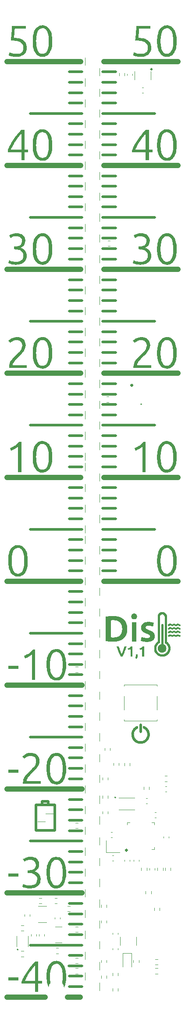
<source format=gbr>
%TF.GenerationSoftware,KiCad,Pcbnew,8.0.7*%
%TF.CreationDate,2024-12-30T17:39:46+01:00*%
%TF.ProjectId,termometer2,7465726d-6f6d-4657-9465-72322e6b6963,rev?*%
%TF.SameCoordinates,Original*%
%TF.FileFunction,Legend,Top*%
%TF.FilePolarity,Positive*%
%FSLAX46Y46*%
G04 Gerber Fmt 4.6, Leading zero omitted, Abs format (unit mm)*
G04 Created by KiCad (PCBNEW 8.0.7) date 2024-12-30 17:39:46*
%MOMM*%
%LPD*%
G01*
G04 APERTURE LIST*
%ADD10C,0.459999*%
%ADD11C,0.500000*%
%ADD12C,0.347759*%
%ADD13C,1.000000*%
%ADD14C,0.499999*%
%ADD15C,0.000000*%
%ADD16C,0.499998*%
%ADD17C,0.300000*%
%ADD18C,0.400000*%
%ADD19C,0.120000*%
%ADD20C,0.200000*%
%ADD21C,0.263059*%
G04 APERTURE END LIST*
D10*
X114031047Y-160778653D02*
X114085226Y-160682515D01*
D11*
X103800000Y-84500000D02*
X106300000Y-84500000D01*
X103800000Y-132500000D02*
X106300000Y-132500000D01*
X99800000Y-120500000D02*
X97300000Y-120500000D01*
D12*
X116546993Y-157632023D02*
X116588868Y-157608577D01*
D10*
X116582901Y-161088412D02*
X116594523Y-161142469D01*
X115931310Y-155231620D02*
X115933193Y-155254232D01*
D11*
X99800000Y-126500000D02*
X97300000Y-126500000D01*
D10*
X116414773Y-160682516D02*
X116442844Y-160730064D01*
X114617756Y-155036989D02*
X114636113Y-154996593D01*
D12*
X117575347Y-156814429D02*
X117930909Y-156960824D01*
X116613721Y-158983499D02*
X116640512Y-158969846D01*
D11*
X103800000Y-130500000D02*
X106300000Y-130500000D01*
D10*
X115478210Y-162753111D02*
X115422032Y-162761384D01*
D12*
X117930909Y-156960824D02*
X118286471Y-156814429D01*
X118286469Y-158896648D02*
X118642031Y-159043044D01*
D10*
X116618973Y-161363256D02*
X116619440Y-161419268D01*
D12*
X116864221Y-158896648D02*
X117219783Y-159043044D01*
D10*
X116553232Y-160982122D02*
X116569128Y-161034941D01*
D11*
X99800000Y-170500000D02*
X97300000Y-170500000D01*
X103800000Y-72500000D02*
X106300000Y-72500000D01*
D10*
X114377185Y-160347407D02*
X114467907Y-160278590D01*
X113883777Y-161307504D02*
X113896029Y-161197046D01*
D11*
X99800000Y-202500000D02*
X97300000Y-202500000D01*
D10*
X116594523Y-161142469D02*
X116603969Y-161197047D01*
X113902073Y-161644625D02*
X113886584Y-161531814D01*
D11*
X99800000Y-140500000D02*
X97300000Y-140500000D01*
D13*
X85300000Y-188500000D02*
X99800000Y-188500000D01*
D11*
X103800000Y-102500000D02*
X106300000Y-102500000D01*
X103800000Y-134500000D02*
X106300000Y-134500000D01*
D12*
X116864221Y-156814429D02*
X117219783Y-156960824D01*
D11*
X99800000Y-62500000D02*
X97300000Y-62500000D01*
D12*
X118286471Y-158202575D02*
X118642033Y-158348971D01*
D14*
X92107651Y-191540649D02*
X92107651Y-190818405D01*
D13*
X85300000Y-108500000D02*
X99550000Y-108500000D01*
D10*
X114416349Y-162489183D02*
X114331679Y-162418640D01*
X116385560Y-162168344D02*
X116353508Y-162213838D01*
X114004713Y-161972682D02*
X113982182Y-161920560D01*
D12*
X116785929Y-158216086D02*
X116800021Y-158212181D01*
X116727484Y-158930602D02*
X116756996Y-158919523D01*
D11*
X103800000Y-106500000D02*
X106300000Y-106500000D01*
D10*
X116617596Y-161475476D02*
X116613413Y-161531815D01*
X114601391Y-162608877D02*
X114506402Y-162552709D01*
X115611975Y-154718652D02*
X115631110Y-154731012D01*
D11*
X99800000Y-156500000D02*
X97300000Y-156500000D01*
D10*
X114085226Y-160682515D02*
X114147145Y-160590802D01*
X115925340Y-155186879D02*
X115928689Y-155209164D01*
X115984222Y-160246783D02*
X116032095Y-160278590D01*
X114216588Y-160504032D02*
X114293340Y-160422727D01*
D12*
X117575347Y-158896648D02*
X117930907Y-159043044D01*
D10*
X115249999Y-154615150D02*
X115294305Y-154616583D01*
D12*
X116756996Y-156837303D02*
X116785929Y-156827939D01*
D15*
G36*
X115292730Y-160584836D02*
G01*
X115334898Y-160588043D01*
X115376453Y-160593323D01*
X115417342Y-160600626D01*
X115457514Y-160609897D01*
X115496917Y-160621086D01*
X115535498Y-160634141D01*
X115573204Y-160649008D01*
X115609985Y-160665636D01*
X115645787Y-160683973D01*
X115680559Y-160703966D01*
X115714248Y-160725564D01*
X115746802Y-160748714D01*
X115778170Y-160773364D01*
X115808298Y-160799462D01*
X115837135Y-160826955D01*
X115864628Y-160855792D01*
X115890726Y-160885920D01*
X115915376Y-160917288D01*
X115938526Y-160949842D01*
X115960123Y-160983531D01*
X115980117Y-161018303D01*
X115998453Y-161054105D01*
X116015082Y-161090886D01*
X116029949Y-161128593D01*
X116043003Y-161167173D01*
X116054192Y-161206576D01*
X116063464Y-161246748D01*
X116070766Y-161287637D01*
X116076046Y-161329192D01*
X116079253Y-161371360D01*
X116080333Y-161414089D01*
X116079313Y-161455263D01*
X116076270Y-161496157D01*
X116071233Y-161536704D01*
X116064231Y-161576836D01*
X116055291Y-161616483D01*
X116044442Y-161655579D01*
X116031711Y-161694056D01*
X116017127Y-161731844D01*
X116000719Y-161768877D01*
X115982514Y-161805085D01*
X115962541Y-161840402D01*
X115940827Y-161874759D01*
X115917401Y-161908087D01*
X115892292Y-161940320D01*
X115865526Y-161971388D01*
X115837134Y-162001224D01*
X115807298Y-162029616D01*
X115776230Y-162056381D01*
X115743997Y-162081491D01*
X115710669Y-162104917D01*
X115676312Y-162126630D01*
X115640995Y-162146604D01*
X115604787Y-162164809D01*
X115567754Y-162181217D01*
X115529966Y-162195800D01*
X115491489Y-162208531D01*
X115452393Y-162219380D01*
X115412746Y-162228320D01*
X115372614Y-162235322D01*
X115332068Y-162240359D01*
X115291173Y-162243402D01*
X115250000Y-162244422D01*
X115208826Y-162243402D01*
X115167932Y-162240359D01*
X115127385Y-162235323D01*
X115087253Y-162228321D01*
X115047606Y-162219381D01*
X115008510Y-162208531D01*
X114970034Y-162195801D01*
X114932245Y-162181218D01*
X114895212Y-162164809D01*
X114859004Y-162146604D01*
X114823687Y-162126631D01*
X114789330Y-162104917D01*
X114756002Y-162081491D01*
X114723769Y-162056382D01*
X114692701Y-162029616D01*
X114662865Y-162001224D01*
X114634473Y-161971388D01*
X114607707Y-161940319D01*
X114582598Y-161908087D01*
X114559172Y-161874758D01*
X114537458Y-161840402D01*
X114517485Y-161805085D01*
X114499280Y-161768876D01*
X114482872Y-161731843D01*
X114468288Y-161694055D01*
X114455558Y-161655579D01*
X114444708Y-161616482D01*
X114435768Y-161576835D01*
X114428766Y-161536703D01*
X114423729Y-161496156D01*
X114420687Y-161455262D01*
X114419666Y-161414088D01*
X114420687Y-161372914D01*
X114423729Y-161332020D01*
X114428766Y-161291473D01*
X114435768Y-161251342D01*
X114444709Y-161211694D01*
X114455558Y-161172598D01*
X114468289Y-161134122D01*
X114482873Y-161096333D01*
X114499281Y-161059301D01*
X114517486Y-161023092D01*
X114537460Y-160987775D01*
X114559174Y-160953418D01*
X114582599Y-160920090D01*
X114607709Y-160887858D01*
X114634474Y-160856789D01*
X114662867Y-160826953D01*
X114692703Y-160798561D01*
X114723771Y-160771796D01*
X114756003Y-160746686D01*
X114789332Y-160723260D01*
X114823688Y-160701547D01*
X114859005Y-160681574D01*
X114895214Y-160663369D01*
X114932246Y-160646960D01*
X114970035Y-160632377D01*
X115008511Y-160619646D01*
X115047607Y-160608797D01*
X115087254Y-160599857D01*
X115127386Y-160592855D01*
X115167933Y-160587819D01*
X115208827Y-160584776D01*
X115250001Y-160583756D01*
X115292730Y-160584836D01*
G37*
D10*
X116603969Y-161197047D02*
X116611210Y-161252080D01*
D12*
X117219783Y-156960824D02*
X117575347Y-156814429D01*
D10*
X115192128Y-162770956D02*
X115134766Y-162767347D01*
X114571312Y-155209164D02*
X114578731Y-155164781D01*
X116493073Y-160828219D02*
X116515177Y-160878696D01*
D11*
X103800000Y-60500000D02*
X106300000Y-60500000D01*
D12*
X116508660Y-157654897D02*
X116546993Y-157632023D01*
X117930907Y-159043044D02*
X118286469Y-158896648D01*
X116785929Y-156827939D02*
X116800021Y-156824035D01*
D11*
X103800000Y-70500000D02*
X106300000Y-70500000D01*
D12*
X116840045Y-156816073D02*
X116852426Y-156814849D01*
D11*
X99800000Y-58500000D02*
X89800000Y-58500000D01*
D10*
X116247158Y-162341424D02*
X116208495Y-162380845D01*
D11*
X99800000Y-166500000D02*
X97300000Y-166500000D01*
X99800000Y-216500000D02*
X97300000Y-216500000D01*
D10*
X115750706Y-154832806D02*
X115765632Y-154849342D01*
X114700872Y-162657344D02*
X114601391Y-162608877D01*
X113886584Y-161531814D02*
X113880557Y-161419267D01*
X116616220Y-161307505D02*
X116618973Y-161363256D01*
D12*
X118286471Y-156814429D02*
X118642033Y-156960824D01*
D10*
X116597923Y-161644626D02*
X116586563Y-161700968D01*
X115853747Y-154976878D02*
X115863889Y-154996593D01*
D11*
X103800000Y-50500000D02*
X106300000Y-50500000D01*
X99800000Y-94500000D02*
X97300000Y-94500000D01*
D13*
X85300000Y-168500000D02*
X99800000Y-168500000D01*
D11*
X111100000Y-177500000D02*
X111100000Y-176100000D01*
D10*
X114147145Y-160590802D02*
X114216588Y-160504032D01*
D11*
X99800000Y-194500000D02*
X97300000Y-194500000D01*
D12*
X117219783Y-159043044D02*
X117575347Y-158896648D01*
D13*
X85300000Y-88500000D02*
X99550000Y-88500000D01*
D10*
X115921271Y-155164781D02*
X115925340Y-155186879D01*
X115934711Y-160216796D02*
X115934711Y-155299859D01*
D11*
X99800000Y-152500000D02*
X97300000Y-152500000D01*
X103800000Y-126500000D02*
X106300000Y-126500000D01*
D12*
X116756996Y-157531376D02*
X116785929Y-157522012D01*
D11*
X99800000Y-80500000D02*
X97300000Y-80500000D01*
D10*
X116284251Y-162300421D02*
X116247158Y-162341424D01*
D11*
X99800000Y-138500000D02*
X89800000Y-138500000D01*
X103800000Y-144500000D02*
X106300000Y-144500000D01*
X99800000Y-178500000D02*
X89800000Y-178500000D01*
D12*
X116508660Y-158348971D02*
X116546993Y-158326096D01*
D10*
X114706226Y-154883755D02*
X114734369Y-154849342D01*
X114602025Y-155078569D02*
X114617756Y-155036989D01*
X115588482Y-162729803D02*
X115533712Y-162742570D01*
D11*
X103800000Y-92500000D02*
X106300000Y-92500000D01*
X99800000Y-154500000D02*
X97300000Y-154500000D01*
D10*
X114636113Y-154996593D02*
X114657026Y-154957505D01*
D11*
X99800000Y-158500000D02*
X89800000Y-158500000D01*
D10*
X115250000Y-161263335D02*
X115250000Y-156924328D01*
D11*
X103800000Y-142500000D02*
X106300000Y-142500000D01*
D10*
X114966287Y-162742570D02*
X114911517Y-162729804D01*
D11*
X103800000Y-58500000D02*
X113800000Y-58500000D01*
D10*
X115533712Y-162742570D02*
X115478210Y-162753111D01*
D11*
X99800000Y-160500000D02*
X97300000Y-160500000D01*
X99800000Y-72500000D02*
X97300000Y-72500000D01*
D10*
X114252840Y-162341424D02*
X114180277Y-162257878D01*
D13*
X85300000Y-68500000D02*
X99550000Y-68500000D01*
D10*
X114029260Y-162023565D02*
X114004713Y-161972682D01*
D11*
X103800000Y-110500000D02*
X106300000Y-110500000D01*
D10*
X116515177Y-160878696D02*
X116535239Y-160930018D01*
D11*
X103800000Y-122500000D02*
X106300000Y-122500000D01*
D12*
X116852426Y-157508922D02*
X116864221Y-157508502D01*
D10*
X115934711Y-160216798D02*
X115984222Y-160246783D01*
D11*
X99800000Y-174500000D02*
X97300000Y-174500000D01*
X103800000Y-94500000D02*
X106300000Y-94500000D01*
D12*
X116546993Y-156937950D02*
X116588868Y-156914504D01*
D10*
X116517814Y-161920560D02*
X116495283Y-161972682D01*
X114989202Y-154666750D02*
X115031348Y-154650984D01*
X114578731Y-155164781D02*
X114588993Y-155121208D01*
X115702617Y-154786063D02*
X115719189Y-154801151D01*
X115117656Y-154628050D02*
X115161530Y-154620883D01*
D11*
X99800000Y-172500000D02*
X97300000Y-172500000D01*
D10*
X114764780Y-154816737D02*
X114797385Y-154786063D01*
D12*
X116668739Y-156873974D02*
X116697897Y-156860750D01*
D10*
X115425785Y-154638083D02*
X115468651Y-154650983D01*
X116206661Y-160422728D02*
X116245937Y-160462665D01*
D14*
X94500000Y-196431594D02*
X94500000Y-191540649D01*
D11*
X99800000Y-144500000D02*
X97300000Y-144500000D01*
X99800000Y-82500000D02*
X97300000Y-82500000D01*
X99800000Y-192500000D02*
X97300000Y-192500000D01*
D12*
X116546993Y-159020169D02*
X116588868Y-158996723D01*
D11*
X103800000Y-138500000D02*
X113800000Y-138500000D01*
D12*
X116508660Y-156960824D02*
X116546993Y-156937950D01*
D10*
X116556606Y-161812767D02*
X116538274Y-161867240D01*
X114947921Y-154685384D02*
X114989202Y-154666750D01*
D15*
G36*
X93613263Y-224895758D02*
G01*
X93634420Y-225205976D01*
X93669683Y-225504655D01*
X93719050Y-225791793D01*
X93420000Y-226190000D01*
X93310000Y-226730000D01*
X93072204Y-225914233D01*
X93013643Y-225625859D01*
X92971053Y-225316464D01*
X92944435Y-224986049D01*
X92933787Y-224634614D01*
X92933565Y-224573998D01*
X92939004Y-224274223D01*
X92959886Y-223934329D01*
X92996431Y-223616073D01*
X93048638Y-223319455D01*
X93129341Y-223000750D01*
X93156315Y-222915101D01*
X93263585Y-222634463D01*
X93410223Y-222351859D01*
X93582505Y-222109921D01*
X93806978Y-221886350D01*
X94061010Y-221715625D01*
X94341704Y-221600775D01*
X94649059Y-221541797D01*
X94831332Y-221533175D01*
X95154689Y-221560789D01*
X95449916Y-221643633D01*
X95717012Y-221781707D01*
X95955979Y-221975010D01*
X96166816Y-222223542D01*
X96230844Y-222318660D01*
X96374806Y-222580832D01*
X96494369Y-222876421D01*
X96589530Y-223205426D01*
X96648091Y-223492690D01*
X96691036Y-223801340D01*
X96718365Y-224131377D01*
X96730077Y-224482801D01*
X96730565Y-224573998D01*
X96722757Y-224928707D01*
X96699332Y-225262305D01*
X96660292Y-225574791D01*
X96550000Y-226160000D01*
X96290000Y-226750000D01*
X96200000Y-226200000D01*
X95945080Y-225791793D01*
X95999627Y-225467951D01*
X96033126Y-225167830D01*
X96052520Y-224856169D01*
X96057920Y-224573998D01*
X96050867Y-224248392D01*
X96029710Y-223935425D01*
X95994447Y-223635098D01*
X95945080Y-223347411D01*
X95869551Y-223048144D01*
X95757352Y-222756140D01*
X95599552Y-222484193D01*
X95566992Y-222440293D01*
X95339205Y-222230435D01*
X95053715Y-222117434D01*
X94831332Y-222095910D01*
X94536654Y-222136604D01*
X94266930Y-222273819D01*
X94100069Y-222440293D01*
X93934052Y-222702857D01*
X93814983Y-222986331D01*
X93733762Y-223277922D01*
X93719050Y-223347411D01*
X93664504Y-223671948D01*
X93631004Y-223973855D01*
X93611610Y-224288401D01*
X93606210Y-224573998D01*
X93613263Y-224895758D01*
G37*
D11*
X99800000Y-112500000D02*
X97300000Y-112500000D01*
X99800000Y-180500000D02*
X97300000Y-180500000D01*
D10*
X115735222Y-154816737D02*
X115750706Y-154832806D01*
X115806976Y-154901601D02*
X115819582Y-154919851D01*
X116586563Y-161700968D02*
X116572756Y-161757181D01*
D12*
X116697897Y-156860750D02*
X116727484Y-156848383D01*
D11*
X99800000Y-50500000D02*
X97300000Y-50500000D01*
D10*
X115799127Y-162657344D02*
X115747843Y-162678582D01*
X115904835Y-155099763D02*
X115911009Y-155121208D01*
D12*
X116508660Y-159043044D02*
X116546993Y-159020169D01*
X116613721Y-156901280D02*
X116640512Y-156887627D01*
X117219783Y-158348971D02*
X117575347Y-158202575D01*
D10*
X116384768Y-160636074D02*
X116414773Y-160682516D01*
D12*
X116840045Y-158204220D02*
X116852426Y-158202995D01*
D10*
X114588993Y-155121208D02*
X114602025Y-155078569D01*
X113946767Y-160982121D02*
X113984822Y-160878695D01*
D11*
X99800000Y-136500000D02*
X97300000Y-136500000D01*
X103800000Y-62500000D02*
X106300000Y-62500000D01*
X99800000Y-98500000D02*
X89800000Y-98500000D01*
D10*
X113880557Y-161419267D02*
X113883777Y-161307504D01*
X116245937Y-160462665D02*
X116283412Y-160504033D01*
D13*
X85300000Y-228500000D02*
X92650000Y-228500000D01*
D12*
X116852426Y-156814849D02*
X116864221Y-156814429D01*
X117575347Y-158202575D02*
X117930909Y-158348971D01*
D10*
X114467907Y-160278590D02*
X114565292Y-160216798D01*
D14*
X90899758Y-191540649D02*
X92107651Y-191540649D01*
D11*
X99800000Y-90500000D02*
X97300000Y-90500000D01*
D14*
X94500000Y-191540649D02*
X93292107Y-191540649D01*
D10*
X115642464Y-162714855D02*
X115588482Y-162729803D01*
X115250000Y-162772168D02*
X115192128Y-162770956D01*
X115134766Y-162767347D02*
X115077967Y-162761384D01*
D12*
X116864221Y-158202575D02*
X117219783Y-158348971D01*
X116864221Y-157508502D02*
X117219783Y-157654897D01*
D10*
X116078302Y-160312153D02*
X116122817Y-160347407D01*
X115911009Y-155121208D02*
X115916491Y-155142885D01*
D12*
X116813780Y-157514792D02*
X116827142Y-157512121D01*
D15*
G36*
X109887558Y-154724326D02*
G01*
X109915519Y-154726125D01*
X109942935Y-154729122D01*
X109969806Y-154733319D01*
X109996132Y-154738715D01*
X110021913Y-154745310D01*
X110047149Y-154753105D01*
X110071840Y-154762098D01*
X110095986Y-154772290D01*
X110119587Y-154783682D01*
X110142642Y-154796273D01*
X110165153Y-154810063D01*
X110187119Y-154825051D01*
X110208539Y-154841240D01*
X110229415Y-154858627D01*
X110249745Y-154877213D01*
X110270021Y-154895963D01*
X110288989Y-154915585D01*
X110306649Y-154936078D01*
X110323000Y-154957444D01*
X110338044Y-154979683D01*
X110351779Y-155002793D01*
X110364206Y-155026775D01*
X110375325Y-155051629D01*
X110385136Y-155077356D01*
X110393639Y-155103954D01*
X110400834Y-155131425D01*
X110406720Y-155159768D01*
X110411299Y-155188982D01*
X110414569Y-155219069D01*
X110416531Y-155250028D01*
X110417185Y-155281859D01*
X110416531Y-155313717D01*
X110414569Y-155344758D01*
X110411299Y-155374981D01*
X110406720Y-155404386D01*
X110400834Y-155432974D01*
X110393639Y-155460745D01*
X110385136Y-155487698D01*
X110375325Y-155513833D01*
X110364206Y-155539150D01*
X110351779Y-155563651D01*
X110338044Y-155587333D01*
X110323000Y-155610198D01*
X110306649Y-155632245D01*
X110288989Y-155653475D01*
X110270021Y-155673887D01*
X110249745Y-155693482D01*
X110229415Y-155711223D01*
X110208539Y-155727820D01*
X110187119Y-155743272D01*
X110165153Y-155757580D01*
X110142642Y-155770743D01*
X110119587Y-155782761D01*
X110095986Y-155793635D01*
X110071840Y-155803364D01*
X110047149Y-155811949D01*
X110021913Y-155819389D01*
X109996132Y-155825684D01*
X109969806Y-155830835D01*
X109942935Y-155834841D01*
X109915519Y-155837703D01*
X109887558Y-155839419D01*
X109859052Y-155839992D01*
X109831363Y-155839419D01*
X109804111Y-155837703D01*
X109777294Y-155834841D01*
X109750914Y-155830835D01*
X109724969Y-155825684D01*
X109699461Y-155819389D01*
X109674389Y-155811949D01*
X109649752Y-155803364D01*
X109625552Y-155793635D01*
X109601788Y-155782761D01*
X109578459Y-155770743D01*
X109555567Y-155757580D01*
X109533111Y-155743272D01*
X109511091Y-155727820D01*
X109489507Y-155711223D01*
X109468359Y-155693482D01*
X109448083Y-155673887D01*
X109429115Y-155653475D01*
X109411456Y-155632245D01*
X109395104Y-155610198D01*
X109380061Y-155587333D01*
X109366325Y-155563651D01*
X109353898Y-155539150D01*
X109342779Y-155513833D01*
X109332968Y-155487698D01*
X109324465Y-155460745D01*
X109317270Y-155432974D01*
X109311384Y-155404386D01*
X109306805Y-155374981D01*
X109303535Y-155344758D01*
X109301573Y-155313717D01*
X109300919Y-155281859D01*
X109301573Y-155250028D01*
X109303535Y-155219069D01*
X109306805Y-155188982D01*
X109311384Y-155159768D01*
X109317270Y-155131425D01*
X109324465Y-155103954D01*
X109332968Y-155077356D01*
X109342779Y-155051629D01*
X109353898Y-155026775D01*
X109366325Y-155002793D01*
X109380061Y-154979683D01*
X109395104Y-154957444D01*
X109411456Y-154936078D01*
X109429115Y-154915585D01*
X109448083Y-154895963D01*
X109468359Y-154877213D01*
X109489507Y-154858627D01*
X109511091Y-154841240D01*
X109533111Y-154825051D01*
X109555567Y-154810063D01*
X109578459Y-154796273D01*
X109601788Y-154783682D01*
X109625552Y-154772290D01*
X109649752Y-154762098D01*
X109674389Y-154753105D01*
X109699461Y-154745310D01*
X109724969Y-154738715D01*
X109750914Y-154733319D01*
X109777294Y-154729122D01*
X109804111Y-154726125D01*
X109831363Y-154724326D01*
X109859052Y-154723726D01*
X109887558Y-154724326D01*
G37*
D10*
X115468651Y-154650983D02*
X115510797Y-154666750D01*
D11*
X99800000Y-190500000D02*
X97300000Y-190500000D01*
D10*
X115946691Y-162581734D02*
X115898607Y-162608877D01*
D12*
X116588868Y-157608577D02*
X116613721Y-157595353D01*
D10*
X116613413Y-161531815D02*
X116606865Y-161588220D01*
X115685514Y-154771490D02*
X115702617Y-154786063D01*
D11*
X99800000Y-54500000D02*
X97300000Y-54500000D01*
X103800000Y-96500000D02*
X106300000Y-96500000D01*
X99800000Y-176500000D02*
X97300000Y-176500000D01*
X99800000Y-114500000D02*
X97300000Y-114500000D01*
X103800000Y-116500000D02*
X106300000Y-116500000D01*
D12*
X116840045Y-158898292D02*
X116852426Y-158897068D01*
D11*
X99800000Y-182500000D02*
X97300000Y-182500000D01*
D12*
X116640512Y-156887627D02*
X116668739Y-156873974D01*
D11*
X103800000Y-74500000D02*
X106300000Y-74500000D01*
D12*
X116827142Y-158206194D02*
X116840045Y-158204220D01*
D10*
X114797385Y-154786063D02*
X114832113Y-154757447D01*
X116283412Y-160504033D02*
X116319060Y-160546767D01*
D11*
X99800000Y-184500000D02*
X97300000Y-184500000D01*
D10*
X115382342Y-154628050D02*
X115425785Y-154638083D01*
X114832113Y-154757447D02*
X114868891Y-154731012D01*
X115765632Y-154849342D02*
X115779992Y-154866331D01*
X115649751Y-154743949D02*
X115667889Y-154757447D01*
D12*
X116668739Y-158262120D02*
X116697897Y-158248896D01*
D10*
X115747843Y-162678582D02*
X115695603Y-162697767D01*
X116208495Y-162380845D02*
X116168318Y-162418640D01*
D11*
X99800000Y-110500000D02*
X97300000Y-110500000D01*
X99800000Y-78500000D02*
X89800000Y-78500000D01*
X103800000Y-114500000D02*
X106300000Y-114500000D01*
D12*
X116827142Y-157512121D02*
X116840045Y-157510146D01*
X116668739Y-157568047D02*
X116697897Y-157554822D01*
D10*
X115819582Y-154919851D02*
X115831585Y-154938491D01*
X115592353Y-154706884D02*
X115611975Y-154718652D01*
D12*
X116800021Y-156824035D02*
X116813780Y-156820720D01*
X116756996Y-158225450D02*
X116785929Y-158216086D01*
D10*
X115882246Y-155036989D02*
X115890444Y-155057638D01*
X115779992Y-154866331D02*
X115793776Y-154883755D01*
X116619440Y-161419268D02*
X116617596Y-161475476D01*
D15*
G36*
X110312535Y-160074824D02*
G01*
X109405569Y-160074824D01*
X109405569Y-156419054D01*
X110312535Y-156419054D01*
X110312535Y-160074824D01*
G37*
D10*
X114868891Y-154731012D02*
X114907647Y-154706884D01*
D12*
X116588868Y-156914504D02*
X116613721Y-156901280D01*
D10*
X116352855Y-160590802D02*
X116384768Y-160636074D01*
X115842977Y-154957505D02*
X115853747Y-154976878D01*
D11*
X99800000Y-196500000D02*
X97300000Y-196500000D01*
X103800000Y-136500000D02*
X106300000Y-136500000D01*
D13*
X85300000Y-208500000D02*
X99800000Y-208500000D01*
D10*
X114566808Y-155254232D02*
X114571312Y-155209164D01*
D11*
X99800000Y-150500000D02*
X97300000Y-150500000D01*
X103800000Y-76500000D02*
X106300000Y-76500000D01*
X99800000Y-214500000D02*
X97300000Y-214500000D01*
D10*
X116538274Y-161867240D02*
X116517814Y-161920560D01*
X115021789Y-162753111D02*
X114966287Y-162742570D01*
X114565290Y-155299861D02*
X114566808Y-155254232D01*
D14*
X94500000Y-196431594D02*
X90899758Y-196431594D01*
D10*
X113927240Y-161757180D02*
X113902073Y-161644625D01*
D15*
G36*
X112671626Y-156322363D02*
G01*
X112754801Y-156325306D01*
X112836449Y-156330212D01*
X112916572Y-156337079D01*
X112995168Y-156345909D01*
X113072239Y-156356701D01*
X113147783Y-156369455D01*
X113221801Y-156384172D01*
X113292985Y-156399870D01*
X113360026Y-156415567D01*
X113422925Y-156431265D01*
X113481681Y-156446962D01*
X113536296Y-156462660D01*
X113586768Y-156478357D01*
X113633097Y-156494054D01*
X113675284Y-156509752D01*
X113507845Y-157228347D01*
X113468492Y-157214394D01*
X113427177Y-157200441D01*
X113383900Y-157186487D01*
X113338660Y-157172534D01*
X113291459Y-157158581D01*
X113242295Y-157144628D01*
X113191170Y-157130674D01*
X113138082Y-157116721D01*
X113084558Y-157103640D01*
X113028635Y-157092303D01*
X112970315Y-157082710D01*
X112909596Y-157074861D01*
X112846479Y-157068757D01*
X112780964Y-157064396D01*
X112713051Y-157061780D01*
X112642739Y-157060908D01*
X112610908Y-157061235D01*
X112579949Y-157062216D01*
X112549862Y-157063851D01*
X112520648Y-157066141D01*
X112492305Y-157069084D01*
X112464834Y-157072681D01*
X112438236Y-157076933D01*
X112412510Y-157081838D01*
X112387655Y-157087398D01*
X112363673Y-157093611D01*
X112340563Y-157100479D01*
X112318325Y-157108001D01*
X112296959Y-157116176D01*
X112276465Y-157125006D01*
X112256843Y-157134490D01*
X112238093Y-157144628D01*
X112229079Y-157149520D01*
X112220352Y-157154602D01*
X112211910Y-157159876D01*
X112203755Y-157165340D01*
X112195886Y-157170995D01*
X112188302Y-157176841D01*
X112181006Y-157182877D01*
X112173995Y-157189104D01*
X112167270Y-157195522D01*
X112160832Y-157202131D01*
X112154680Y-157208931D01*
X112148813Y-157215921D01*
X112143233Y-157223102D01*
X112137940Y-157230474D01*
X112132932Y-157238036D01*
X112128210Y-157245790D01*
X112123775Y-157253734D01*
X112119626Y-157261869D01*
X112115763Y-157270194D01*
X112112186Y-157278711D01*
X112108895Y-157287418D01*
X112105890Y-157296316D01*
X112103172Y-157305405D01*
X112100740Y-157314684D01*
X112098594Y-157324154D01*
X112096734Y-157333815D01*
X112095160Y-157343667D01*
X112093872Y-157353710D01*
X112092871Y-157363943D01*
X112092155Y-157374367D01*
X112091583Y-157395788D01*
X112091801Y-157408760D01*
X112092455Y-157421514D01*
X112093545Y-157434050D01*
X112095071Y-157446368D01*
X112097033Y-157458469D01*
X112099431Y-157470351D01*
X112102266Y-157482015D01*
X112105536Y-157493461D01*
X112109242Y-157504689D01*
X112113385Y-157515699D01*
X112117963Y-157526491D01*
X112122978Y-157537065D01*
X112128428Y-157547421D01*
X112134315Y-157557559D01*
X112140638Y-157567479D01*
X112147397Y-157577181D01*
X112154673Y-157586746D01*
X112162549Y-157596258D01*
X112171025Y-157605714D01*
X112180100Y-157615116D01*
X112189775Y-157624464D01*
X112200049Y-157633757D01*
X112210923Y-157642996D01*
X112222396Y-157652180D01*
X112234469Y-157661309D01*
X112247141Y-157670384D01*
X112260413Y-157679405D01*
X112274285Y-157688371D01*
X112288756Y-157697282D01*
X112303826Y-157706140D01*
X112319497Y-157714942D01*
X112335767Y-157723690D01*
X112370541Y-157741459D01*
X112408586Y-157759881D01*
X112449901Y-157778958D01*
X112494486Y-157798689D01*
X112542342Y-157819074D01*
X112593467Y-157840113D01*
X112647863Y-157861806D01*
X112705530Y-157884153D01*
X112809090Y-157922634D01*
X112906981Y-157961333D01*
X112999204Y-158000249D01*
X113085758Y-158039384D01*
X113166644Y-158078736D01*
X113241861Y-158118307D01*
X113311409Y-158158096D01*
X113375289Y-158198103D01*
X113405294Y-158218351D01*
X113434263Y-158238981D01*
X113462197Y-158259993D01*
X113489095Y-158281386D01*
X113514958Y-158303161D01*
X113539785Y-158325318D01*
X113563577Y-158347855D01*
X113586333Y-158370775D01*
X113608053Y-158394076D01*
X113628737Y-158417758D01*
X113648387Y-158441822D01*
X113667000Y-158466268D01*
X113684578Y-158491095D01*
X113701120Y-158516303D01*
X113716627Y-158541893D01*
X113731098Y-158567865D01*
X113744615Y-158594436D01*
X113757260Y-158621825D01*
X113769033Y-158650031D01*
X113779934Y-158679055D01*
X113789963Y-158708897D01*
X113799120Y-158739556D01*
X113807405Y-158771033D01*
X113814817Y-158803327D01*
X113821358Y-158836439D01*
X113827026Y-158870368D01*
X113831823Y-158905115D01*
X113835747Y-158940680D01*
X113838799Y-158977062D01*
X113840979Y-159014262D01*
X113842287Y-159052279D01*
X113842724Y-159091114D01*
X113842015Y-159135127D01*
X113839889Y-159178213D01*
X113836346Y-159220373D01*
X113831387Y-159261606D01*
X113825009Y-159301913D01*
X113817215Y-159341293D01*
X113808004Y-159379746D01*
X113797375Y-159417273D01*
X113785330Y-159453873D01*
X113771867Y-159489547D01*
X113756987Y-159524294D01*
X113740690Y-159558114D01*
X113722976Y-159591008D01*
X113703845Y-159622976D01*
X113683296Y-159654016D01*
X113661330Y-159684130D01*
X113638874Y-159713345D01*
X113615110Y-159741688D01*
X113590038Y-159769159D01*
X113563657Y-159795757D01*
X113535969Y-159821484D01*
X113506972Y-159846338D01*
X113476667Y-159870320D01*
X113445054Y-159893431D01*
X113412133Y-159915669D01*
X113377903Y-159937035D01*
X113342366Y-159957529D01*
X113305521Y-159977150D01*
X113267367Y-159995900D01*
X113227905Y-160013778D01*
X113187135Y-160030783D01*
X113145057Y-160046917D01*
X113101780Y-160061279D01*
X113057413Y-160074714D01*
X113011955Y-160087223D01*
X112965408Y-160098806D01*
X112917770Y-160109461D01*
X112869043Y-160119191D01*
X112819225Y-160127993D01*
X112768317Y-160135869D01*
X112716319Y-160142819D01*
X112663231Y-160148841D01*
X112609053Y-160153938D01*
X112553785Y-160158107D01*
X112439978Y-160163667D01*
X112321811Y-160165520D01*
X112204080Y-160164212D01*
X112091581Y-160160288D01*
X111984315Y-160153747D01*
X111882282Y-160144590D01*
X111785480Y-160132817D01*
X111693912Y-160118428D01*
X111607576Y-160101422D01*
X111526472Y-160081800D01*
X111452672Y-160062942D01*
X111384759Y-160044737D01*
X111322732Y-160027186D01*
X111266592Y-160010290D01*
X111216338Y-159994047D01*
X111171971Y-159978459D01*
X111133490Y-159963524D01*
X111100896Y-159949244D01*
X111268336Y-159202742D01*
X111323169Y-159223454D01*
X111379527Y-159243729D01*
X111437411Y-159263569D01*
X111496822Y-159282973D01*
X111557759Y-159301941D01*
X111620222Y-159320473D01*
X111684211Y-159338568D01*
X111749726Y-159356228D01*
X111818293Y-159370944D01*
X111887951Y-159383698D01*
X111958698Y-159394490D01*
X112030536Y-159403320D01*
X112103464Y-159410188D01*
X112177482Y-159415093D01*
X112252590Y-159418037D01*
X112328788Y-159419018D01*
X112403024Y-159417928D01*
X112472246Y-159414657D01*
X112536453Y-159409207D01*
X112595645Y-159401576D01*
X112623361Y-159396943D01*
X112649823Y-159391765D01*
X112675032Y-159386042D01*
X112698987Y-159379774D01*
X112721688Y-159372961D01*
X112743136Y-159365603D01*
X112763330Y-159357699D01*
X112782271Y-159349251D01*
X112791714Y-159344768D01*
X112800857Y-159340040D01*
X112809701Y-159335066D01*
X112818244Y-159329847D01*
X112826488Y-159324383D01*
X112834433Y-159318674D01*
X112842077Y-159312719D01*
X112849422Y-159306519D01*
X112856466Y-159300074D01*
X112863211Y-159293383D01*
X112869657Y-159286448D01*
X112875802Y-159279267D01*
X112881648Y-159271840D01*
X112887194Y-159264169D01*
X112892440Y-159256252D01*
X112897386Y-159248090D01*
X112902033Y-159239682D01*
X112906380Y-159231029D01*
X112910427Y-159222131D01*
X112914174Y-159212988D01*
X112917621Y-159203600D01*
X112920769Y-159193966D01*
X112923617Y-159184087D01*
X112926165Y-159173963D01*
X112928413Y-159163593D01*
X112930362Y-159152978D01*
X112932011Y-159142118D01*
X112933360Y-159131013D01*
X112934409Y-159119662D01*
X112935158Y-159108066D01*
X112935758Y-159084138D01*
X112935458Y-159070321D01*
X112934559Y-159056777D01*
X112933060Y-159043505D01*
X112930961Y-159030505D01*
X112928263Y-159017778D01*
X112924966Y-159005324D01*
X112921069Y-158993142D01*
X112916572Y-158981233D01*
X112911476Y-158969596D01*
X112905780Y-158958231D01*
X112899485Y-158947140D01*
X112892590Y-158936320D01*
X112885096Y-158925774D01*
X112877002Y-158915499D01*
X112868308Y-158905497D01*
X112859015Y-158895768D01*
X112849968Y-158886175D01*
X112840266Y-158876582D01*
X112829910Y-158866989D01*
X112818900Y-158857396D01*
X112807236Y-158847803D01*
X112794918Y-158838211D01*
X112781946Y-158828618D01*
X112768319Y-158819025D01*
X112754039Y-158809432D01*
X112739105Y-158799839D01*
X112723516Y-158790246D01*
X112707274Y-158780653D01*
X112690377Y-158771060D01*
X112672826Y-158761468D01*
X112654621Y-158751875D01*
X112635762Y-158742282D01*
X112597718Y-158722878D01*
X112556838Y-158703038D01*
X112513125Y-158682762D01*
X112466578Y-158662050D01*
X112417196Y-158640902D01*
X112364980Y-158619318D01*
X112309930Y-158597298D01*
X112252045Y-158574842D01*
X112176283Y-158544973D01*
X112102483Y-158514668D01*
X112030645Y-158483927D01*
X111960770Y-158452750D01*
X111892856Y-158421137D01*
X111826905Y-158389088D01*
X111762916Y-158356603D01*
X111700889Y-158323682D01*
X111671620Y-158305941D01*
X111643114Y-158287600D01*
X111615371Y-158268659D01*
X111588390Y-158249119D01*
X111562173Y-158228979D01*
X111536720Y-158208240D01*
X111512029Y-158186901D01*
X111488101Y-158164963D01*
X111464936Y-158142425D01*
X111442535Y-158119288D01*
X111420896Y-158095551D01*
X111400021Y-158071214D01*
X111379909Y-158046278D01*
X111360559Y-158020743D01*
X111341973Y-157994608D01*
X111324150Y-157967873D01*
X111308098Y-157940348D01*
X111293082Y-157911842D01*
X111279102Y-157882354D01*
X111266157Y-157851886D01*
X111254247Y-157820437D01*
X111243374Y-157788006D01*
X111233535Y-157754594D01*
X111224733Y-157720202D01*
X111216966Y-157684828D01*
X111210235Y-157648473D01*
X111204539Y-157611137D01*
X111199879Y-157572820D01*
X111196254Y-157533522D01*
X111193665Y-157493242D01*
X111192111Y-157451982D01*
X111191594Y-157409741D01*
X111192248Y-157368262D01*
X111194210Y-157327547D01*
X111197480Y-157287595D01*
X111202059Y-157248405D01*
X111207945Y-157209979D01*
X111215140Y-157172316D01*
X111223643Y-157135416D01*
X111233454Y-157099279D01*
X111244573Y-157063906D01*
X111257000Y-157029295D01*
X111270735Y-156995447D01*
X111285779Y-156962362D01*
X111302130Y-156930041D01*
X111319790Y-156898482D01*
X111338758Y-156867687D01*
X111359034Y-156837654D01*
X111381354Y-156807568D01*
X111404709Y-156778353D01*
X111429100Y-156750010D01*
X111454527Y-156722540D01*
X111480989Y-156695941D01*
X111508487Y-156670215D01*
X111537020Y-156645360D01*
X111566589Y-156621378D01*
X111597194Y-156598268D01*
X111628834Y-156576030D01*
X111661510Y-156554664D01*
X111695221Y-156534170D01*
X111729968Y-156514548D01*
X111765750Y-156495798D01*
X111802569Y-156477921D01*
X111840422Y-156460915D01*
X111880129Y-156444019D01*
X111920763Y-156428212D01*
X111962323Y-156413496D01*
X112004810Y-156399869D01*
X112048223Y-156387333D01*
X112092563Y-156375887D01*
X112137830Y-156365531D01*
X112184023Y-156356265D01*
X112231143Y-156348089D01*
X112279189Y-156341004D01*
X112328162Y-156335008D01*
X112378062Y-156330103D01*
X112428888Y-156326287D01*
X112480640Y-156323562D01*
X112533320Y-156321927D01*
X112586925Y-156321382D01*
X112671626Y-156322363D01*
G37*
D10*
X114657026Y-154957505D02*
X114680420Y-154919851D01*
X114734369Y-154849342D02*
X114764780Y-154816737D01*
D11*
X99800000Y-226500000D02*
X97300000Y-226500000D01*
D12*
X116800021Y-158906254D02*
X116813780Y-158902939D01*
D13*
X118300000Y-148500000D02*
X104050000Y-148500000D01*
D10*
X116444230Y-162073164D02*
X116415819Y-162121438D01*
D11*
X99800000Y-106500000D02*
X97300000Y-106500000D01*
D10*
X116470736Y-162023565D02*
X116444230Y-162073164D01*
D12*
X116800021Y-158212181D02*
X116813780Y-158208866D01*
X116813780Y-158208866D02*
X116827142Y-158206194D01*
D11*
X99800000Y-210500000D02*
X97300000Y-210500000D01*
X99800000Y-224500000D02*
X97300000Y-224500000D01*
D10*
X116353508Y-162213838D02*
X116319720Y-162257878D01*
X114114437Y-162168344D02*
X114055767Y-162073164D01*
D11*
X103800000Y-66500000D02*
X106300000Y-66500000D01*
D10*
X115890444Y-155057638D02*
X115897977Y-155078569D01*
D12*
X116697897Y-157554822D02*
X116727484Y-157542456D01*
D11*
X99800000Y-198500000D02*
X89800000Y-198500000D01*
D10*
X116535239Y-160930018D02*
X116553232Y-160982122D01*
D11*
X99800000Y-86500000D02*
X97300000Y-86500000D01*
D16*
X92107655Y-191540649D02*
X93292107Y-191540649D01*
D11*
X99800000Y-220500000D02*
X97300000Y-220500000D01*
D15*
G36*
X87492323Y-225337501D02*
G01*
X85534473Y-225337501D01*
X85534473Y-224741060D01*
X87492323Y-224741060D01*
X87492323Y-225337501D01*
G37*
D11*
X103800000Y-118500000D02*
X113800000Y-118500000D01*
D10*
X115793776Y-154883755D02*
X115806976Y-154901601D01*
D11*
X103800000Y-86500000D02*
X106300000Y-86500000D01*
X99800000Y-164500000D02*
X97300000Y-164500000D01*
D13*
X96950000Y-228500000D02*
X99450000Y-228500000D01*
D10*
X114331679Y-162418640D02*
X114252840Y-162341424D01*
X115928689Y-155209164D02*
X115931310Y-155231620D01*
D11*
X99800000Y-122500000D02*
X97300000Y-122500000D01*
D10*
X115365233Y-162767347D02*
X115307871Y-162770956D01*
X114565290Y-160216796D02*
X114565290Y-155299859D01*
D11*
X99800000Y-96500000D02*
X97300000Y-96500000D01*
X103800000Y-82500000D02*
X106300000Y-82500000D01*
D10*
X113982182Y-161920560D02*
X113961722Y-161867240D01*
X116415819Y-162121438D02*
X116385560Y-162168344D01*
D12*
X116827142Y-156818048D02*
X116840045Y-156816073D01*
D11*
X103800000Y-54500000D02*
X106300000Y-54500000D01*
D12*
X116697897Y-158248896D02*
X116727484Y-158236529D01*
X116785929Y-158910158D02*
X116800021Y-158906254D01*
D10*
X115719189Y-154801151D02*
X115735222Y-154816737D01*
D13*
X85300000Y-128500000D02*
X99550000Y-128500000D01*
D10*
X116319720Y-162257878D02*
X116284251Y-162300421D01*
D11*
X103800000Y-100500000D02*
X106300000Y-100500000D01*
X99800000Y-130500000D02*
X97300000Y-130500000D01*
X99800000Y-92500000D02*
X97300000Y-92500000D01*
X99800000Y-74500000D02*
X97300000Y-74500000D01*
X99800000Y-60500000D02*
X97300000Y-60500000D01*
X103800000Y-98500000D02*
X113800000Y-98500000D01*
D10*
X113943389Y-161812766D02*
X113927240Y-161757180D01*
D12*
X116546993Y-158326096D02*
X116588868Y-158302650D01*
D11*
X99800000Y-142500000D02*
X97300000Y-142500000D01*
X103800000Y-146500000D02*
X106300000Y-146500000D01*
D10*
X116032095Y-160278590D02*
X116078302Y-160312153D01*
D12*
X116852426Y-158202995D02*
X116864221Y-158202575D01*
X116852426Y-158897068D02*
X116864221Y-158896648D01*
X116613721Y-157595353D02*
X116640512Y-157581700D01*
X116813780Y-158902939D02*
X116827142Y-158900267D01*
D11*
X103800000Y-140500000D02*
X106300000Y-140500000D01*
D10*
X115338468Y-154620883D02*
X115382342Y-154628050D01*
D11*
X99800000Y-146500000D02*
X97300000Y-146500000D01*
D10*
X116168318Y-162418640D02*
X116126685Y-162454766D01*
D11*
X99800000Y-118500000D02*
X89800000Y-118500000D01*
D12*
X117219783Y-157654897D02*
X117575347Y-157508502D01*
D10*
X115510797Y-154666750D02*
X115552079Y-154685384D01*
X115422032Y-162761384D02*
X115365233Y-162767347D01*
X116611210Y-161252080D02*
X116616220Y-161307505D01*
X116442844Y-160730064D02*
X116468953Y-160778654D01*
D11*
X103800000Y-52500000D02*
X106300000Y-52500000D01*
D12*
X116727484Y-157542456D02*
X116756996Y-157531376D01*
D13*
X118300000Y-48500000D02*
X104050000Y-48500000D01*
D11*
X99800000Y-124500000D02*
X97300000Y-124500000D01*
D13*
X85300000Y-148500000D02*
X99550000Y-148500000D01*
D11*
X99800000Y-76500000D02*
X97300000Y-76500000D01*
X99800000Y-100500000D02*
X97300000Y-100500000D01*
D12*
X116588868Y-158302650D02*
X116613721Y-158289426D01*
D11*
X99800000Y-56500000D02*
X97300000Y-56500000D01*
D10*
X116083649Y-162489182D02*
X116039268Y-162521844D01*
D11*
X111755931Y-176600001D02*
G75*
G02*
X110408589Y-176617179I-655931J-1399999D01*
G01*
D12*
X116697897Y-158942969D02*
X116727484Y-158930602D01*
X116727484Y-158236529D02*
X116756996Y-158225450D01*
D11*
X103800000Y-90500000D02*
X106300000Y-90500000D01*
X103800000Y-56500000D02*
X106300000Y-56500000D01*
D12*
X116756996Y-158919523D02*
X116785929Y-158910158D01*
D11*
X99800000Y-104500000D02*
X97300000Y-104500000D01*
X99800000Y-64500000D02*
X97300000Y-64500000D01*
D12*
X116613721Y-158289426D02*
X116640512Y-158275773D01*
D10*
X116126685Y-162454766D02*
X116083649Y-162489182D01*
X115934330Y-155276984D02*
X115934711Y-155299861D01*
X116039268Y-162521844D02*
X115993597Y-162552709D01*
D15*
G36*
X105899879Y-155185194D02*
G01*
X105999542Y-155188219D01*
X106097624Y-155193261D01*
X106194125Y-155200320D01*
X106289046Y-155209395D01*
X106382386Y-155220486D01*
X106474146Y-155233595D01*
X106564324Y-155248720D01*
X106652923Y-155265862D01*
X106739940Y-155285021D01*
X106825377Y-155306196D01*
X106909233Y-155329388D01*
X106991508Y-155354596D01*
X107072203Y-155381822D01*
X107151318Y-155411064D01*
X107228851Y-155442322D01*
X107304531Y-155475707D01*
X107378086Y-155511326D01*
X107449515Y-155549179D01*
X107518818Y-155589268D01*
X107585996Y-155631591D01*
X107651048Y-155676149D01*
X107713974Y-155722942D01*
X107774775Y-155771969D01*
X107833449Y-155823231D01*
X107889999Y-155876728D01*
X107944422Y-155932460D01*
X107996720Y-155990426D01*
X108046892Y-156050627D01*
X108094938Y-156113063D01*
X108140858Y-156177733D01*
X108184653Y-156244638D01*
X108226050Y-156313914D01*
X108264776Y-156385698D01*
X108300831Y-156459988D01*
X108334215Y-156536786D01*
X108364929Y-156616091D01*
X108392972Y-156697903D01*
X108418344Y-156782222D01*
X108441045Y-156869049D01*
X108461076Y-156958383D01*
X108478436Y-157050224D01*
X108493125Y-157144573D01*
X108505144Y-157241428D01*
X108514491Y-157340791D01*
X108521168Y-157442661D01*
X108525174Y-157547039D01*
X108526510Y-157653923D01*
X108525174Y-157756611D01*
X108521168Y-157857119D01*
X108514491Y-157955446D01*
X108505144Y-158051593D01*
X108493125Y-158145560D01*
X108478436Y-158237347D01*
X108461076Y-158326953D01*
X108441045Y-158414379D01*
X108418344Y-158499625D01*
X108392972Y-158582691D01*
X108364929Y-158663577D01*
X108334215Y-158742282D01*
X108300831Y-158818807D01*
X108264776Y-158893152D01*
X108226050Y-158965317D01*
X108184653Y-159035302D01*
X108141676Y-159103106D01*
X108096464Y-159168730D01*
X108049017Y-159232174D01*
X107999336Y-159293438D01*
X107947420Y-159352522D01*
X107893269Y-159409425D01*
X107836883Y-159464148D01*
X107778263Y-159516691D01*
X107717408Y-159567054D01*
X107654319Y-159615236D01*
X107588994Y-159661239D01*
X107521435Y-159705061D01*
X107451641Y-159746703D01*
X107379612Y-159786165D01*
X107305349Y-159823446D01*
X107228851Y-159858548D01*
X107150391Y-159891496D01*
X107070241Y-159922319D01*
X106988401Y-159951016D01*
X106904872Y-159977587D01*
X106819653Y-160002032D01*
X106732745Y-160024352D01*
X106644147Y-160044546D01*
X106553859Y-160062615D01*
X106461881Y-160078558D01*
X106368214Y-160092375D01*
X106272858Y-160104066D01*
X106175811Y-160113632D01*
X106077075Y-160121072D01*
X105976650Y-160126386D01*
X105874534Y-160129574D01*
X105770730Y-160130637D01*
X105696167Y-160130201D01*
X105618988Y-160128893D01*
X105456780Y-160123661D01*
X105284108Y-160114940D01*
X105100970Y-160102730D01*
X105007222Y-160096626D01*
X104914345Y-160088777D01*
X104822340Y-160079184D01*
X104731208Y-160067847D01*
X104640947Y-160054766D01*
X104551559Y-160039941D01*
X104463042Y-160023371D01*
X104375398Y-160005057D01*
X104375398Y-159293438D01*
X105331200Y-159293438D01*
X105368700Y-159296927D01*
X105411432Y-159300415D01*
X105459396Y-159303903D01*
X105512593Y-159307392D01*
X105576691Y-159310444D01*
X105650382Y-159312624D01*
X105733666Y-159313932D01*
X105826543Y-159314368D01*
X105826544Y-159314368D01*
X105932938Y-159312651D01*
X106035844Y-159307501D01*
X106135261Y-159298916D01*
X106231190Y-159286898D01*
X106323631Y-159271445D01*
X106412583Y-159252559D01*
X106498047Y-159230240D01*
X106580023Y-159204486D01*
X106658510Y-159175299D01*
X106733509Y-159142677D01*
X106805020Y-159106622D01*
X106873042Y-159067133D01*
X106937577Y-159024210D01*
X106998622Y-158977854D01*
X107056180Y-158928063D01*
X107110249Y-158874839D01*
X107161783Y-158817745D01*
X107209993Y-158758089D01*
X107254878Y-158695871D01*
X107296438Y-158631092D01*
X107334674Y-158563751D01*
X107369584Y-158493848D01*
X107401170Y-158421383D01*
X107429431Y-158346357D01*
X107454367Y-158268769D01*
X107475978Y-158188619D01*
X107494264Y-158105908D01*
X107509226Y-158020635D01*
X107520863Y-157932800D01*
X107529175Y-157842403D01*
X107534162Y-157749444D01*
X107535825Y-157653924D01*
X107534217Y-157555106D01*
X107529393Y-157459232D01*
X107521353Y-157366301D01*
X107510098Y-157276313D01*
X107495627Y-157189268D01*
X107477940Y-157105166D01*
X107457037Y-157024008D01*
X107432919Y-156945793D01*
X107405585Y-156870522D01*
X107375034Y-156798193D01*
X107341268Y-156728808D01*
X107304287Y-156662367D01*
X107264089Y-156598868D01*
X107220676Y-156538313D01*
X107174047Y-156480701D01*
X107124202Y-156426032D01*
X107071822Y-156374498D01*
X107015845Y-156326288D01*
X106956271Y-156281403D01*
X106893100Y-156239843D01*
X106826331Y-156201608D01*
X106755965Y-156166697D01*
X106682001Y-156135111D01*
X106604441Y-156106850D01*
X106523282Y-156081914D01*
X106438527Y-156060303D01*
X106350174Y-156042017D01*
X106258224Y-156027055D01*
X106162676Y-156015418D01*
X106063531Y-156007106D01*
X105960789Y-156002119D01*
X105854450Y-156000456D01*
X105769858Y-156000892D01*
X105690498Y-156002200D01*
X105616371Y-156004380D01*
X105547477Y-156007432D01*
X105486867Y-156011356D01*
X105430618Y-156016153D01*
X105404128Y-156018878D01*
X105378729Y-156021822D01*
X105354420Y-156024983D01*
X105331200Y-156028362D01*
X105331200Y-159293438D01*
X104375398Y-159293438D01*
X104375398Y-156028362D01*
X104375398Y-155309766D01*
X104463260Y-155292978D01*
X104552431Y-155277499D01*
X104642909Y-155263327D01*
X104734696Y-155250464D01*
X104827791Y-155238909D01*
X104922193Y-155228662D01*
X105017904Y-155219723D01*
X105114923Y-155212092D01*
X105304165Y-155199883D01*
X105481198Y-155191163D01*
X105646022Y-155185930D01*
X105798636Y-155184186D01*
X105899879Y-155185194D01*
G37*
D12*
X116727484Y-156848383D02*
X116756996Y-156837303D01*
D10*
X115695603Y-162697767D02*
X115642464Y-162714855D01*
D11*
X99800000Y-212500000D02*
X97300000Y-212500000D01*
D13*
X85300000Y-48500000D02*
X99550000Y-48500000D01*
X118300000Y-68500000D02*
X104050000Y-68500000D01*
D10*
X114804396Y-162697767D02*
X114700872Y-162657344D01*
D11*
X103800000Y-64500000D02*
X106300000Y-64500000D01*
D12*
X116640512Y-158275773D02*
X116668739Y-158262120D01*
D10*
X115916491Y-155142885D02*
X115921271Y-155164781D01*
D11*
X99800000Y-52500000D02*
X97300000Y-52500000D01*
D10*
X115031348Y-154650984D02*
X115074214Y-154638084D01*
D11*
X99750000Y-222500000D02*
X97250000Y-222500000D01*
D14*
X93292107Y-191540649D02*
X93292107Y-190818405D01*
D11*
X99800000Y-200500000D02*
X97300000Y-200500000D01*
D13*
X118300000Y-88500000D02*
X104050000Y-88500000D01*
D10*
X114680420Y-154919851D02*
X114706226Y-154883755D01*
D12*
X116668739Y-158956193D02*
X116697897Y-158942969D01*
D10*
X115898607Y-162608877D02*
X115849400Y-162634094D01*
D12*
X117930909Y-157654897D02*
X118286471Y-157508502D01*
D16*
X92107655Y-190818405D02*
X93292107Y-190818405D01*
D11*
X99800000Y-204500000D02*
X97300000Y-204500000D01*
D10*
X114907647Y-154706884D02*
X114947921Y-154685384D01*
D11*
X103800000Y-78500000D02*
X113800000Y-78500000D01*
D10*
X113896029Y-161197046D02*
X113917098Y-161088411D01*
D11*
X99800000Y-116500000D02*
X97300000Y-116500000D01*
D10*
X115074214Y-154638084D02*
X115117656Y-154628050D01*
X113917098Y-161088411D02*
X113946767Y-160982121D01*
D12*
X116640512Y-157581700D02*
X116668739Y-157568047D01*
D10*
X115831585Y-154938491D02*
X115842977Y-154957505D01*
X116572756Y-161757181D02*
X116556606Y-161812767D01*
D11*
X99800000Y-102500000D02*
X97300000Y-102500000D01*
D10*
X115933193Y-155254232D02*
X115934330Y-155276984D01*
D11*
X103800000Y-112500000D02*
X106300000Y-112500000D01*
D10*
X116122817Y-160347407D02*
X116165612Y-160384287D01*
D12*
X116840045Y-157510146D02*
X116852426Y-157508922D01*
D10*
X115307871Y-162770956D02*
X115250000Y-162772168D01*
X116319060Y-160546767D02*
X116352855Y-160590802D01*
X116606865Y-161588220D02*
X116597923Y-161644626D01*
D11*
X99800000Y-132500000D02*
X97300000Y-132500000D01*
D10*
X113961722Y-161867240D02*
X113943389Y-161812766D01*
X116495283Y-161972682D02*
X116470736Y-162023565D01*
D12*
X116785929Y-157522012D02*
X116800021Y-157518107D01*
D10*
X115631110Y-154731012D02*
X115649751Y-154743949D01*
D11*
X99800000Y-162500000D02*
X97300000Y-162500000D01*
D10*
X115897977Y-155078569D02*
X115904835Y-155099763D01*
X115849400Y-162634094D02*
X115799127Y-162657344D01*
X115863889Y-154996593D02*
X115873391Y-155016635D01*
X115993597Y-162552709D02*
X115946691Y-162581734D01*
X115552079Y-154685384D02*
X115592353Y-154706884D01*
X114911517Y-162729804D02*
X114804396Y-162697767D01*
D11*
X99800000Y-218500000D02*
X89800000Y-218500000D01*
D10*
X114293340Y-160422727D02*
X114377185Y-160347407D01*
D12*
X116800021Y-157518107D02*
X116813780Y-157514792D01*
X116588868Y-158996723D02*
X116613721Y-158983499D01*
D11*
X99800000Y-70500000D02*
X97300000Y-70500000D01*
D13*
X118300000Y-128500000D02*
X104050000Y-128500000D01*
D11*
X103800000Y-80500000D02*
X106300000Y-80500000D01*
X103800000Y-104500000D02*
X106300000Y-104500000D01*
D12*
X116640512Y-158969846D02*
X116668739Y-158956193D01*
D10*
X116165612Y-160384287D02*
X116206661Y-160422728D01*
X113984822Y-160878695D02*
X114031047Y-160778653D01*
D12*
X118286471Y-157508502D02*
X118642033Y-157654897D01*
D10*
X115205693Y-154616583D02*
X115249999Y-154615150D01*
D11*
X103800000Y-124500000D02*
X106300000Y-124500000D01*
X99800000Y-66500000D02*
X97300000Y-66500000D01*
D12*
X116827142Y-158900267D02*
X116840045Y-158898292D01*
D10*
X116569128Y-161034941D02*
X116582901Y-161088412D01*
D12*
X116813780Y-156820720D02*
X116827142Y-156818048D01*
D11*
X103800000Y-120500000D02*
X106300000Y-120500000D01*
X99800000Y-206500000D02*
X97300000Y-206500000D01*
X99800000Y-134500000D02*
X97300000Y-134500000D01*
D12*
X117575347Y-157508502D02*
X117930909Y-157654897D01*
X117930909Y-158348971D02*
X118286471Y-158202575D01*
D10*
X114055767Y-162073164D02*
X114029260Y-162023565D01*
X114180277Y-162257878D02*
X114114437Y-162168344D01*
X116468953Y-160778654D02*
X116493073Y-160828219D01*
X115077967Y-162761384D02*
X115021789Y-162753111D01*
D11*
X99800000Y-84500000D02*
X97300000Y-84500000D01*
D10*
X115161530Y-154620883D02*
X115205693Y-154616583D01*
X115873391Y-155016635D02*
X115882246Y-155036989D01*
D15*
G36*
X91355268Y-225422498D02*
G01*
X92068946Y-225422498D01*
X92068946Y-225933942D01*
X91355268Y-225933942D01*
X91355268Y-227480000D01*
X90742707Y-227480000D01*
X90742707Y-225933942D01*
X88121004Y-225933942D01*
X88121004Y-225530942D01*
X88166602Y-225422498D01*
X88751151Y-225422498D01*
X90742707Y-225422498D01*
X90742707Y-222372882D01*
X90533742Y-222604928D01*
X90340018Y-222837188D01*
X90179972Y-223041130D01*
X90002943Y-223277979D01*
X89829063Y-223521411D01*
X89658332Y-223771426D01*
X89624563Y-223822219D01*
X89461388Y-224077271D01*
X89307086Y-224333182D01*
X89161656Y-224589952D01*
X89133635Y-224641409D01*
X88987941Y-224918834D01*
X88857139Y-225186908D01*
X88751151Y-225422498D01*
X88166602Y-225422498D01*
X88239984Y-225247975D01*
X88372791Y-224969996D01*
X88512384Y-224702930D01*
X88545987Y-224641409D01*
X88705338Y-224359067D01*
X88857105Y-224103230D01*
X89018396Y-223842814D01*
X89167341Y-223611193D01*
X89344569Y-223346403D01*
X89527477Y-223085460D01*
X89716063Y-222828364D01*
X89910327Y-222575115D01*
X90109172Y-222328826D01*
X90310031Y-222094078D01*
X90512905Y-221870871D01*
X90717794Y-221659204D01*
X91355268Y-221659204D01*
X91355268Y-225422498D01*
G37*
D11*
X99800000Y-186500000D02*
X97300000Y-186500000D01*
D10*
X115294305Y-154616583D02*
X115338468Y-154620883D01*
X114506402Y-162552709D02*
X114416349Y-162489183D01*
D13*
X118300000Y-108500000D02*
X104050000Y-108500000D01*
D10*
X115667889Y-154757447D02*
X115685514Y-154771490D01*
D14*
X90899758Y-196431594D02*
X90899758Y-191540649D01*
D17*
G36*
X88678471Y-65422498D02*
G01*
X89392149Y-65422498D01*
X89392149Y-65933942D01*
X88678471Y-65933942D01*
X88678471Y-67480000D01*
X88065910Y-67480000D01*
X88065910Y-65933942D01*
X85444207Y-65933942D01*
X85444207Y-65530942D01*
X85489805Y-65422498D01*
X86074354Y-65422498D01*
X88065910Y-65422498D01*
X88065910Y-62372882D01*
X87856945Y-62604928D01*
X87663221Y-62837188D01*
X87503175Y-63041130D01*
X87326146Y-63277979D01*
X87152266Y-63521411D01*
X86981535Y-63771426D01*
X86947766Y-63822219D01*
X86784591Y-64077271D01*
X86630289Y-64333182D01*
X86484859Y-64589952D01*
X86456838Y-64641409D01*
X86311144Y-64918834D01*
X86180342Y-65186908D01*
X86074354Y-65422498D01*
X85489805Y-65422498D01*
X85563187Y-65247975D01*
X85695994Y-64969996D01*
X85835588Y-64702930D01*
X85869190Y-64641409D01*
X86028541Y-64359067D01*
X86180308Y-64103230D01*
X86341600Y-63842814D01*
X86490544Y-63611193D01*
X86667773Y-63346403D01*
X86850680Y-63085460D01*
X87039266Y-62828364D01*
X87233531Y-62575115D01*
X87432375Y-62328826D01*
X87633234Y-62094078D01*
X87836108Y-61870871D01*
X88040997Y-61659204D01*
X88678471Y-61659204D01*
X88678471Y-65422498D01*
G37*
G36*
X92477892Y-61560789D02*
G01*
X92773119Y-61643633D01*
X93040215Y-61781707D01*
X93279182Y-61975010D01*
X93490019Y-62223542D01*
X93554047Y-62318660D01*
X93698010Y-62580832D01*
X93817572Y-62876421D01*
X93912733Y-63205426D01*
X93971294Y-63492690D01*
X94014239Y-63801340D01*
X94041568Y-64131377D01*
X94053280Y-64482801D01*
X94053768Y-64573998D01*
X94045960Y-64928707D01*
X94022535Y-65262305D01*
X93983495Y-65574791D01*
X93928838Y-65866165D01*
X93838556Y-66200694D01*
X93723874Y-66502236D01*
X93584791Y-66770791D01*
X93554047Y-66820544D01*
X93352587Y-67087486D01*
X93122996Y-67299199D01*
X92865276Y-67455682D01*
X92579426Y-67556936D01*
X92265446Y-67602961D01*
X92154535Y-67606029D01*
X91832716Y-67578092D01*
X91538253Y-67494282D01*
X91271148Y-67354598D01*
X91134577Y-67252854D01*
X90911882Y-67028690D01*
X90740012Y-66786615D01*
X90592687Y-66504240D01*
X90483914Y-66224103D01*
X90395407Y-65914233D01*
X90336846Y-65625859D01*
X90294256Y-65316464D01*
X90267638Y-64986049D01*
X90256990Y-64634614D01*
X90256769Y-64573998D01*
X90929413Y-64573998D01*
X90936466Y-64895758D01*
X90957623Y-65205976D01*
X90992886Y-65504655D01*
X91042254Y-65791793D01*
X91118014Y-66091060D01*
X91231014Y-66383063D01*
X91390357Y-66655010D01*
X91423272Y-66698911D01*
X91652502Y-66908769D01*
X91935724Y-67021769D01*
X92154535Y-67043293D01*
X92453700Y-67002600D01*
X92724764Y-66865385D01*
X92890195Y-66698911D01*
X93054544Y-66436346D01*
X93172696Y-66152872D01*
X93253582Y-65861282D01*
X93268283Y-65791793D01*
X93322830Y-65467951D01*
X93356329Y-65167830D01*
X93375723Y-64856169D01*
X93381123Y-64573998D01*
X93374071Y-64248392D01*
X93352913Y-63935425D01*
X93317650Y-63635098D01*
X93268283Y-63347411D01*
X93192755Y-63048144D01*
X93080555Y-62756140D01*
X92922756Y-62484193D01*
X92890195Y-62440293D01*
X92662408Y-62230435D01*
X92376919Y-62117434D01*
X92154535Y-62095910D01*
X91859857Y-62136604D01*
X91590133Y-62273819D01*
X91423272Y-62440293D01*
X91257255Y-62702857D01*
X91138187Y-62986331D01*
X91056965Y-63277922D01*
X91042254Y-63347411D01*
X90987707Y-63671948D01*
X90954207Y-63973855D01*
X90934813Y-64288401D01*
X90929413Y-64573998D01*
X90256769Y-64573998D01*
X90262207Y-64274223D01*
X90283089Y-63934329D01*
X90319634Y-63616073D01*
X90371841Y-63319455D01*
X90452544Y-63000750D01*
X90479518Y-62915101D01*
X90586788Y-62634463D01*
X90733426Y-62351859D01*
X90905708Y-62109921D01*
X91130181Y-61886350D01*
X91384213Y-61715625D01*
X91664907Y-61600775D01*
X91972262Y-61541797D01*
X92154535Y-61533175D01*
X92477892Y-61560789D01*
G37*
G36*
X111463050Y-127480000D02*
G01*
X111463050Y-122582442D01*
X111230317Y-122781378D01*
X111127460Y-122852086D01*
X110868366Y-123008295D01*
X110648255Y-123124661D01*
X110371101Y-123250003D01*
X110126553Y-123338618D01*
X109941905Y-122852086D01*
X110217820Y-122744461D01*
X110506447Y-122606387D01*
X110776182Y-122448851D01*
X110853419Y-122397794D01*
X111106039Y-122206655D01*
X111329971Y-122003795D01*
X111550656Y-121771724D01*
X111647697Y-121659204D01*
X112093196Y-121659204D01*
X112093196Y-127480000D01*
X111463050Y-127480000D01*
G37*
G36*
X116505178Y-121560789D02*
G01*
X116800405Y-121643633D01*
X117067501Y-121781707D01*
X117306468Y-121975010D01*
X117517305Y-122223542D01*
X117581333Y-122318660D01*
X117725296Y-122580832D01*
X117844858Y-122876421D01*
X117940019Y-123205426D01*
X117998580Y-123492690D01*
X118041525Y-123801340D01*
X118068854Y-124131377D01*
X118080566Y-124482801D01*
X118081054Y-124573998D01*
X118073246Y-124928707D01*
X118049821Y-125262305D01*
X118010781Y-125574791D01*
X117956124Y-125866165D01*
X117865842Y-126200694D01*
X117751160Y-126502236D01*
X117612077Y-126770791D01*
X117581333Y-126820544D01*
X117379873Y-127087486D01*
X117150282Y-127299199D01*
X116892562Y-127455682D01*
X116606712Y-127556936D01*
X116292732Y-127602961D01*
X116181821Y-127606029D01*
X115860002Y-127578092D01*
X115565539Y-127494282D01*
X115298434Y-127354598D01*
X115161863Y-127252854D01*
X114939168Y-127028690D01*
X114767298Y-126786615D01*
X114619973Y-126504240D01*
X114511200Y-126224103D01*
X114422693Y-125914233D01*
X114364132Y-125625859D01*
X114321542Y-125316464D01*
X114294924Y-124986049D01*
X114284276Y-124634614D01*
X114284055Y-124573998D01*
X114956699Y-124573998D01*
X114963752Y-124895758D01*
X114984909Y-125205976D01*
X115020172Y-125504655D01*
X115069540Y-125791793D01*
X115145300Y-126091060D01*
X115258300Y-126383063D01*
X115417643Y-126655010D01*
X115450558Y-126698911D01*
X115679788Y-126908769D01*
X115963010Y-127021769D01*
X116181821Y-127043293D01*
X116480986Y-127002600D01*
X116752050Y-126865385D01*
X116917481Y-126698911D01*
X117081830Y-126436346D01*
X117199982Y-126152872D01*
X117280868Y-125861282D01*
X117295569Y-125791793D01*
X117350116Y-125467951D01*
X117383615Y-125167830D01*
X117403009Y-124856169D01*
X117408409Y-124573998D01*
X117401357Y-124248392D01*
X117380199Y-123935425D01*
X117344936Y-123635098D01*
X117295569Y-123347411D01*
X117220041Y-123048144D01*
X117107841Y-122756140D01*
X116950042Y-122484193D01*
X116917481Y-122440293D01*
X116689694Y-122230435D01*
X116404205Y-122117434D01*
X116181821Y-122095910D01*
X115887143Y-122136604D01*
X115617419Y-122273819D01*
X115450558Y-122440293D01*
X115284541Y-122702857D01*
X115165473Y-122986331D01*
X115084251Y-123277922D01*
X115069540Y-123347411D01*
X115014993Y-123671948D01*
X114981493Y-123973855D01*
X114962099Y-124288401D01*
X114956699Y-124573998D01*
X114284055Y-124573998D01*
X114289493Y-124274223D01*
X114310375Y-123934329D01*
X114346920Y-123616073D01*
X114399127Y-123319455D01*
X114479830Y-123000750D01*
X114506804Y-122915101D01*
X114614074Y-122634463D01*
X114760712Y-122351859D01*
X114932994Y-122109921D01*
X115157467Y-121886350D01*
X115411499Y-121715625D01*
X115692193Y-121600775D01*
X115999548Y-121541797D01*
X116181821Y-121533175D01*
X116505178Y-121560789D01*
G37*
G36*
X86999057Y-87606029D02*
G01*
X86701249Y-87594809D01*
X86407070Y-87557886D01*
X86351325Y-87547411D01*
X86065558Y-87480579D01*
X85856001Y-87414054D01*
X85581314Y-87300796D01*
X85570237Y-87295352D01*
X85729972Y-86741409D01*
X86014921Y-86861189D01*
X86188660Y-86921660D01*
X86489084Y-86994720D01*
X86781071Y-87027448D01*
X87015177Y-87034501D01*
X87316856Y-87020619D01*
X87628998Y-86967313D01*
X87847557Y-86892351D01*
X88109064Y-86731308D01*
X88304244Y-86501323D01*
X88313572Y-86484954D01*
X88423482Y-86195893D01*
X88459546Y-85903895D01*
X88460118Y-85859204D01*
X88432239Y-85559693D01*
X88327403Y-85267342D01*
X88224180Y-85120614D01*
X87990685Y-84915530D01*
X87723135Y-84780350D01*
X87607222Y-84742526D01*
X87311154Y-84675550D01*
X86994478Y-84639486D01*
X86771912Y-84632616D01*
X86645882Y-84632616D01*
X86645882Y-84119706D01*
X86881821Y-84119706D01*
X87177110Y-84097725D01*
X87476796Y-84031779D01*
X87755600Y-83909047D01*
X87985310Y-83716706D01*
X88133623Y-83461574D01*
X88188711Y-83172220D01*
X88191939Y-83070439D01*
X88158452Y-82764582D01*
X88039532Y-82498911D01*
X87826191Y-82289839D01*
X87640928Y-82192630D01*
X87347934Y-82114423D01*
X87100174Y-82095910D01*
X86797374Y-82113633D01*
X86506618Y-82179109D01*
X86402616Y-82221939D01*
X86138834Y-82360940D01*
X85974703Y-82465205D01*
X85713852Y-81978674D01*
X85975831Y-81826226D01*
X86254605Y-81692909D01*
X86544628Y-81595571D01*
X86848862Y-81545810D01*
X87125087Y-81533175D01*
X87443313Y-81548476D01*
X87756382Y-81601370D01*
X88051502Y-81703191D01*
X88099616Y-81726615D01*
X88355979Y-81890998D01*
X88572311Y-82115126D01*
X88662351Y-82255645D01*
X88781903Y-82545000D01*
X88838163Y-82841720D01*
X88846999Y-83027941D01*
X88815656Y-83343730D01*
X88721628Y-83622115D01*
X88581751Y-83842735D01*
X88363100Y-84062760D01*
X88102821Y-84230440D01*
X87906175Y-84313147D01*
X88190029Y-84414641D01*
X88459071Y-84562503D01*
X88493824Y-84585722D01*
X88716819Y-84776100D01*
X88901106Y-85016406D01*
X88946650Y-85094235D01*
X89061458Y-85377265D01*
X89115485Y-85680168D01*
X89123970Y-85875324D01*
X89101359Y-86171163D01*
X89024253Y-86475429D01*
X88892428Y-86757529D01*
X88705851Y-87008806D01*
X88462477Y-87220602D01*
X88191939Y-87378883D01*
X87907395Y-87488685D01*
X87620989Y-87556119D01*
X87303077Y-87595160D01*
X86999057Y-87606029D01*
G37*
G36*
X92477892Y-81560789D02*
G01*
X92773119Y-81643633D01*
X93040215Y-81781707D01*
X93279182Y-81975010D01*
X93490019Y-82223542D01*
X93554047Y-82318660D01*
X93698010Y-82580832D01*
X93817572Y-82876421D01*
X93912733Y-83205426D01*
X93971294Y-83492690D01*
X94014239Y-83801340D01*
X94041568Y-84131377D01*
X94053280Y-84482801D01*
X94053768Y-84573998D01*
X94045960Y-84928707D01*
X94022535Y-85262305D01*
X93983495Y-85574791D01*
X93928838Y-85866165D01*
X93838556Y-86200694D01*
X93723874Y-86502236D01*
X93584791Y-86770791D01*
X93554047Y-86820544D01*
X93352587Y-87087486D01*
X93122996Y-87299199D01*
X92865276Y-87455682D01*
X92579426Y-87556936D01*
X92265446Y-87602961D01*
X92154535Y-87606029D01*
X91832716Y-87578092D01*
X91538253Y-87494282D01*
X91271148Y-87354598D01*
X91134577Y-87252854D01*
X90911882Y-87028690D01*
X90740012Y-86786615D01*
X90592687Y-86504240D01*
X90483914Y-86224103D01*
X90395407Y-85914233D01*
X90336846Y-85625859D01*
X90294256Y-85316464D01*
X90267638Y-84986049D01*
X90256990Y-84634614D01*
X90256769Y-84573998D01*
X90929413Y-84573998D01*
X90936466Y-84895758D01*
X90957623Y-85205976D01*
X90992886Y-85504655D01*
X91042254Y-85791793D01*
X91118014Y-86091060D01*
X91231014Y-86383063D01*
X91390357Y-86655010D01*
X91423272Y-86698911D01*
X91652502Y-86908769D01*
X91935724Y-87021769D01*
X92154535Y-87043293D01*
X92453700Y-87002600D01*
X92724764Y-86865385D01*
X92890195Y-86698911D01*
X93054544Y-86436346D01*
X93172696Y-86152872D01*
X93253582Y-85861282D01*
X93268283Y-85791793D01*
X93322830Y-85467951D01*
X93356329Y-85167830D01*
X93375723Y-84856169D01*
X93381123Y-84573998D01*
X93374071Y-84248392D01*
X93352913Y-83935425D01*
X93317650Y-83635098D01*
X93268283Y-83347411D01*
X93192755Y-83048144D01*
X93080555Y-82756140D01*
X92922756Y-82484193D01*
X92890195Y-82440293D01*
X92662408Y-82230435D01*
X92376919Y-82117434D01*
X92154535Y-82095910D01*
X91859857Y-82136604D01*
X91590133Y-82273819D01*
X91423272Y-82440293D01*
X91257255Y-82702857D01*
X91138187Y-82986331D01*
X91056965Y-83277922D01*
X91042254Y-83347411D01*
X90987707Y-83671948D01*
X90954207Y-83973855D01*
X90934813Y-84288401D01*
X90929413Y-84573998D01*
X90256769Y-84573998D01*
X90262207Y-84274223D01*
X90283089Y-83934329D01*
X90319634Y-83616073D01*
X90371841Y-83319455D01*
X90452544Y-83000750D01*
X90479518Y-82915101D01*
X90586788Y-82634463D01*
X90733426Y-82351859D01*
X90905708Y-82109921D01*
X91130181Y-81886350D01*
X91384213Y-81715625D01*
X91664907Y-81600775D01*
X91972262Y-81541797D01*
X92154535Y-81533175D01*
X92477892Y-81560789D01*
G37*
G36*
X111026343Y-87606029D02*
G01*
X110728535Y-87594809D01*
X110434356Y-87557886D01*
X110378611Y-87547411D01*
X110092844Y-87480579D01*
X109883287Y-87414054D01*
X109608600Y-87300796D01*
X109597523Y-87295352D01*
X109757258Y-86741409D01*
X110042207Y-86861189D01*
X110215946Y-86921660D01*
X110516370Y-86994720D01*
X110808357Y-87027448D01*
X111042463Y-87034501D01*
X111344142Y-87020619D01*
X111656284Y-86967313D01*
X111874843Y-86892351D01*
X112136350Y-86731308D01*
X112331530Y-86501323D01*
X112340858Y-86484954D01*
X112450768Y-86195893D01*
X112486832Y-85903895D01*
X112487404Y-85859204D01*
X112459525Y-85559693D01*
X112354689Y-85267342D01*
X112251466Y-85120614D01*
X112017971Y-84915530D01*
X111750421Y-84780350D01*
X111634508Y-84742526D01*
X111338440Y-84675550D01*
X111021764Y-84639486D01*
X110799198Y-84632616D01*
X110673168Y-84632616D01*
X110673168Y-84119706D01*
X110909107Y-84119706D01*
X111204396Y-84097725D01*
X111504082Y-84031779D01*
X111782886Y-83909047D01*
X112012596Y-83716706D01*
X112160909Y-83461574D01*
X112215997Y-83172220D01*
X112219225Y-83070439D01*
X112185738Y-82764582D01*
X112066818Y-82498911D01*
X111853477Y-82289839D01*
X111668214Y-82192630D01*
X111375220Y-82114423D01*
X111127460Y-82095910D01*
X110824660Y-82113633D01*
X110533904Y-82179109D01*
X110429902Y-82221939D01*
X110166120Y-82360940D01*
X110001989Y-82465205D01*
X109741138Y-81978674D01*
X110003117Y-81826226D01*
X110281891Y-81692909D01*
X110571914Y-81595571D01*
X110876148Y-81545810D01*
X111152373Y-81533175D01*
X111470599Y-81548476D01*
X111783668Y-81601370D01*
X112078788Y-81703191D01*
X112126902Y-81726615D01*
X112383265Y-81890998D01*
X112599597Y-82115126D01*
X112689637Y-82255645D01*
X112809189Y-82545000D01*
X112865449Y-82841720D01*
X112874285Y-83027941D01*
X112842942Y-83343730D01*
X112748914Y-83622115D01*
X112609037Y-83842735D01*
X112390386Y-84062760D01*
X112130107Y-84230440D01*
X111933461Y-84313147D01*
X112217315Y-84414641D01*
X112486357Y-84562503D01*
X112521110Y-84585722D01*
X112744105Y-84776100D01*
X112928392Y-85016406D01*
X112973936Y-85094235D01*
X113088744Y-85377265D01*
X113142771Y-85680168D01*
X113151256Y-85875324D01*
X113128645Y-86171163D01*
X113051539Y-86475429D01*
X112919714Y-86757529D01*
X112733137Y-87008806D01*
X112489763Y-87220602D01*
X112219225Y-87378883D01*
X111934681Y-87488685D01*
X111648275Y-87556119D01*
X111330363Y-87595160D01*
X111026343Y-87606029D01*
G37*
G36*
X116505178Y-81560789D02*
G01*
X116800405Y-81643633D01*
X117067501Y-81781707D01*
X117306468Y-81975010D01*
X117517305Y-82223542D01*
X117581333Y-82318660D01*
X117725296Y-82580832D01*
X117844858Y-82876421D01*
X117940019Y-83205426D01*
X117998580Y-83492690D01*
X118041525Y-83801340D01*
X118068854Y-84131377D01*
X118080566Y-84482801D01*
X118081054Y-84573998D01*
X118073246Y-84928707D01*
X118049821Y-85262305D01*
X118010781Y-85574791D01*
X117956124Y-85866165D01*
X117865842Y-86200694D01*
X117751160Y-86502236D01*
X117612077Y-86770791D01*
X117581333Y-86820544D01*
X117379873Y-87087486D01*
X117150282Y-87299199D01*
X116892562Y-87455682D01*
X116606712Y-87556936D01*
X116292732Y-87602961D01*
X116181821Y-87606029D01*
X115860002Y-87578092D01*
X115565539Y-87494282D01*
X115298434Y-87354598D01*
X115161863Y-87252854D01*
X114939168Y-87028690D01*
X114767298Y-86786615D01*
X114619973Y-86504240D01*
X114511200Y-86224103D01*
X114422693Y-85914233D01*
X114364132Y-85625859D01*
X114321542Y-85316464D01*
X114294924Y-84986049D01*
X114284276Y-84634614D01*
X114284055Y-84573998D01*
X114956699Y-84573998D01*
X114963752Y-84895758D01*
X114984909Y-85205976D01*
X115020172Y-85504655D01*
X115069540Y-85791793D01*
X115145300Y-86091060D01*
X115258300Y-86383063D01*
X115417643Y-86655010D01*
X115450558Y-86698911D01*
X115679788Y-86908769D01*
X115963010Y-87021769D01*
X116181821Y-87043293D01*
X116480986Y-87002600D01*
X116752050Y-86865385D01*
X116917481Y-86698911D01*
X117081830Y-86436346D01*
X117199982Y-86152872D01*
X117280868Y-85861282D01*
X117295569Y-85791793D01*
X117350116Y-85467951D01*
X117383615Y-85167830D01*
X117403009Y-84856169D01*
X117408409Y-84573998D01*
X117401357Y-84248392D01*
X117380199Y-83935425D01*
X117344936Y-83635098D01*
X117295569Y-83347411D01*
X117220041Y-83048144D01*
X117107841Y-82756140D01*
X116950042Y-82484193D01*
X116917481Y-82440293D01*
X116689694Y-82230435D01*
X116404205Y-82117434D01*
X116181821Y-82095910D01*
X115887143Y-82136604D01*
X115617419Y-82273819D01*
X115450558Y-82440293D01*
X115284541Y-82702857D01*
X115165473Y-82986331D01*
X115084251Y-83277922D01*
X115069540Y-83347411D01*
X115014993Y-83671948D01*
X114981493Y-83973855D01*
X114962099Y-84288401D01*
X114956699Y-84573998D01*
X114284055Y-84573998D01*
X114289493Y-84274223D01*
X114310375Y-83934329D01*
X114346920Y-83616073D01*
X114399127Y-83319455D01*
X114479830Y-83000750D01*
X114506804Y-82915101D01*
X114614074Y-82634463D01*
X114760712Y-82351859D01*
X114932994Y-82109921D01*
X115157467Y-81886350D01*
X115411499Y-81715625D01*
X115692193Y-81600775D01*
X115999548Y-81541797D01*
X116181821Y-81533175D01*
X116505178Y-81560789D01*
G37*
G36*
X109732345Y-107480000D02*
G01*
X109727948Y-107396468D01*
X109723552Y-107252854D01*
X109746879Y-106931655D01*
X109816860Y-106629347D01*
X109933496Y-106345930D01*
X109962422Y-106291514D01*
X110123650Y-106027903D01*
X110306918Y-105777459D01*
X110512226Y-105540181D01*
X110555932Y-105494305D01*
X110774949Y-105269907D01*
X110990531Y-105054668D01*
X111202679Y-104848588D01*
X111244697Y-104808471D01*
X111467689Y-104593962D01*
X111687279Y-104370526D01*
X111760537Y-104292630D01*
X111957966Y-104054007D01*
X112116111Y-103802504D01*
X112134229Y-103767997D01*
X112237312Y-103492472D01*
X112277283Y-103187968D01*
X112277844Y-103145177D01*
X112248220Y-102824666D01*
X112147202Y-102544171D01*
X111974494Y-102339176D01*
X111702851Y-102181671D01*
X111405306Y-102107551D01*
X111210991Y-102095910D01*
X110907452Y-102119094D01*
X110610154Y-102201423D01*
X110338161Y-102334279D01*
X110189567Y-102435896D01*
X109965746Y-102626557D01*
X109950698Y-102641060D01*
X109623901Y-102213147D01*
X109842396Y-102017586D01*
X109930182Y-101949364D01*
X110189357Y-101785728D01*
X110470935Y-101659204D01*
X110774153Y-101573051D01*
X111084345Y-101536252D01*
X111210991Y-101533175D01*
X111520180Y-101547961D01*
X111842872Y-101602588D01*
X112124612Y-101697466D01*
X112396454Y-101855186D01*
X112512317Y-101953761D01*
X112703376Y-102183288D01*
X112839847Y-102452749D01*
X112921729Y-102762144D01*
X112948597Y-103065622D01*
X112949023Y-103111472D01*
X112925126Y-103404435D01*
X112844549Y-103707441D01*
X112746790Y-103923335D01*
X112594216Y-104176265D01*
X112412551Y-104421230D01*
X112222156Y-104637013D01*
X112017651Y-104849075D01*
X111807134Y-105060278D01*
X111590607Y-105270623D01*
X111546581Y-105312588D01*
X111329895Y-105527916D01*
X111115628Y-105750016D01*
X111017551Y-105854808D01*
X110821572Y-106081968D01*
X110646220Y-106323356D01*
X110592568Y-106408750D01*
X110470569Y-106676196D01*
X110429902Y-106933384D01*
X113142463Y-106933384D01*
X113142463Y-107480000D01*
X109732345Y-107480000D01*
G37*
G36*
X116505178Y-101560789D02*
G01*
X116800405Y-101643633D01*
X117067501Y-101781707D01*
X117306468Y-101975010D01*
X117517305Y-102223542D01*
X117581333Y-102318660D01*
X117725296Y-102580832D01*
X117844858Y-102876421D01*
X117940019Y-103205426D01*
X117998580Y-103492690D01*
X118041525Y-103801340D01*
X118068854Y-104131377D01*
X118080566Y-104482801D01*
X118081054Y-104573998D01*
X118073246Y-104928707D01*
X118049821Y-105262305D01*
X118010781Y-105574791D01*
X117956124Y-105866165D01*
X117865842Y-106200694D01*
X117751160Y-106502236D01*
X117612077Y-106770791D01*
X117581333Y-106820544D01*
X117379873Y-107087486D01*
X117150282Y-107299199D01*
X116892562Y-107455682D01*
X116606712Y-107556936D01*
X116292732Y-107602961D01*
X116181821Y-107606029D01*
X115860002Y-107578092D01*
X115565539Y-107494282D01*
X115298434Y-107354598D01*
X115161863Y-107252854D01*
X114939168Y-107028690D01*
X114767298Y-106786615D01*
X114619973Y-106504240D01*
X114511200Y-106224103D01*
X114422693Y-105914233D01*
X114364132Y-105625859D01*
X114321542Y-105316464D01*
X114294924Y-104986049D01*
X114284276Y-104634614D01*
X114284055Y-104573998D01*
X114956699Y-104573998D01*
X114963752Y-104895758D01*
X114984909Y-105205976D01*
X115020172Y-105504655D01*
X115069540Y-105791793D01*
X115145300Y-106091060D01*
X115258300Y-106383063D01*
X115417643Y-106655010D01*
X115450558Y-106698911D01*
X115679788Y-106908769D01*
X115963010Y-107021769D01*
X116181821Y-107043293D01*
X116480986Y-107002600D01*
X116752050Y-106865385D01*
X116917481Y-106698911D01*
X117081830Y-106436346D01*
X117199982Y-106152872D01*
X117280868Y-105861282D01*
X117295569Y-105791793D01*
X117350116Y-105467951D01*
X117383615Y-105167830D01*
X117403009Y-104856169D01*
X117408409Y-104573998D01*
X117401357Y-104248392D01*
X117380199Y-103935425D01*
X117344936Y-103635098D01*
X117295569Y-103347411D01*
X117220041Y-103048144D01*
X117107841Y-102756140D01*
X116950042Y-102484193D01*
X116917481Y-102440293D01*
X116689694Y-102230435D01*
X116404205Y-102117434D01*
X116181821Y-102095910D01*
X115887143Y-102136604D01*
X115617419Y-102273819D01*
X115450558Y-102440293D01*
X115284541Y-102702857D01*
X115165473Y-102986331D01*
X115084251Y-103277922D01*
X115069540Y-103347411D01*
X115014993Y-103671948D01*
X114981493Y-103973855D01*
X114962099Y-104288401D01*
X114956699Y-104573998D01*
X114284055Y-104573998D01*
X114289493Y-104274223D01*
X114310375Y-103934329D01*
X114346920Y-103616073D01*
X114399127Y-103319455D01*
X114479830Y-103000750D01*
X114506804Y-102915101D01*
X114614074Y-102634463D01*
X114760712Y-102351859D01*
X114932994Y-102109921D01*
X115157467Y-101886350D01*
X115411499Y-101715625D01*
X115692193Y-101600775D01*
X115999548Y-101541797D01*
X116181821Y-101533175D01*
X116505178Y-101560789D01*
G37*
G36*
X116505178Y-141560789D02*
G01*
X116800404Y-141643633D01*
X117067501Y-141781707D01*
X117306468Y-141975010D01*
X117517305Y-142223542D01*
X117581333Y-142318660D01*
X117725295Y-142580832D01*
X117844857Y-142876421D01*
X117940019Y-143205426D01*
X117998580Y-143492690D01*
X118041525Y-143801340D01*
X118068853Y-144131377D01*
X118080566Y-144482801D01*
X118081054Y-144573998D01*
X118073245Y-144928707D01*
X118049821Y-145262305D01*
X118010780Y-145574791D01*
X117956123Y-145866165D01*
X117865842Y-146200694D01*
X117751160Y-146502236D01*
X117612077Y-146770791D01*
X117581333Y-146820544D01*
X117379872Y-147087486D01*
X117150282Y-147299199D01*
X116892562Y-147455682D01*
X116606712Y-147556936D01*
X116292732Y-147602961D01*
X116181821Y-147606029D01*
X115860002Y-147578092D01*
X115565539Y-147494282D01*
X115298434Y-147354598D01*
X115161863Y-147252854D01*
X114939168Y-147028690D01*
X114767297Y-146786615D01*
X114619973Y-146504240D01*
X114511200Y-146224103D01*
X114422693Y-145914233D01*
X114364132Y-145625859D01*
X114321542Y-145316464D01*
X114294924Y-144986049D01*
X114284276Y-144634614D01*
X114284054Y-144573998D01*
X114956699Y-144573998D01*
X114963752Y-144895758D01*
X114984909Y-145205976D01*
X115020172Y-145504655D01*
X115069539Y-145791793D01*
X115145299Y-146091060D01*
X115258300Y-146383063D01*
X115417643Y-146655010D01*
X115450558Y-146698911D01*
X115679788Y-146908769D01*
X115963010Y-147021769D01*
X116181821Y-147043293D01*
X116480986Y-147002600D01*
X116752050Y-146865385D01*
X116917481Y-146698911D01*
X117081829Y-146436346D01*
X117199982Y-146152872D01*
X117280868Y-145861282D01*
X117295569Y-145791793D01*
X117350115Y-145467951D01*
X117383615Y-145167830D01*
X117403009Y-144856169D01*
X117408409Y-144573998D01*
X117401356Y-144248392D01*
X117380199Y-143935425D01*
X117344936Y-143635098D01*
X117295569Y-143347411D01*
X117220040Y-143048144D01*
X117107841Y-142756140D01*
X116950041Y-142484193D01*
X116917481Y-142440293D01*
X116689694Y-142230435D01*
X116404204Y-142117434D01*
X116181821Y-142095910D01*
X115887143Y-142136604D01*
X115617418Y-142273819D01*
X115450558Y-142440293D01*
X115284541Y-142702857D01*
X115165472Y-142986331D01*
X115084251Y-143277922D01*
X115069539Y-143347411D01*
X115014992Y-143671948D01*
X114981493Y-143973855D01*
X114962099Y-144288401D01*
X114956699Y-144573998D01*
X114284054Y-144573998D01*
X114289492Y-144274223D01*
X114310375Y-143934329D01*
X114346920Y-143616073D01*
X114399127Y-143319455D01*
X114479830Y-143000750D01*
X114506804Y-142915101D01*
X114614074Y-142634463D01*
X114760711Y-142351859D01*
X114932994Y-142109921D01*
X115157467Y-141886350D01*
X115411499Y-141715625D01*
X115692192Y-141600775D01*
X115999548Y-141541797D01*
X116181821Y-141533175D01*
X116505178Y-141560789D01*
G37*
D18*
G36*
X107251784Y-162988063D02*
G01*
X107204527Y-162885704D01*
X107157644Y-162782084D01*
X107117756Y-162692262D01*
X107078143Y-162601512D01*
X107038804Y-162509835D01*
X106999809Y-162417322D01*
X106961227Y-162324432D01*
X106923056Y-162231163D01*
X106885298Y-162137517D01*
X106847951Y-162043493D01*
X106835594Y-162012068D01*
X106798918Y-161918004D01*
X106762894Y-161824490D01*
X106727523Y-161731525D01*
X106692804Y-161639109D01*
X106658738Y-161547243D01*
X106647527Y-161516744D01*
X106609193Y-161410989D01*
X106571980Y-161307011D01*
X106535889Y-161204810D01*
X106500921Y-161104385D01*
X106481442Y-161047797D01*
X106903494Y-161047797D01*
X106935123Y-161141312D01*
X106967485Y-161236719D01*
X107000580Y-161334019D01*
X107034408Y-161433213D01*
X107068846Y-161533016D01*
X107103284Y-161632637D01*
X107137723Y-161732074D01*
X107172161Y-161831328D01*
X107206599Y-161929422D01*
X107241037Y-162025379D01*
X107275476Y-162119199D01*
X107309914Y-162210882D01*
X107348193Y-162309766D01*
X107385545Y-162403086D01*
X107425960Y-162500248D01*
X107441805Y-162537190D01*
X107480684Y-162443290D01*
X107520993Y-162342330D01*
X107558495Y-162245430D01*
X107571254Y-162211859D01*
X107605784Y-162120359D01*
X107640497Y-162026601D01*
X107675393Y-161930583D01*
X107710472Y-161832305D01*
X107745521Y-161732807D01*
X107780326Y-161633125D01*
X107814886Y-161533261D01*
X107849202Y-161433213D01*
X107883182Y-161334019D01*
X107916247Y-161236719D01*
X107948395Y-161141312D01*
X107979628Y-161047797D01*
X108386536Y-161047797D01*
X108351614Y-161147207D01*
X108315664Y-161248393D01*
X108278685Y-161351356D01*
X108240678Y-161456095D01*
X108218497Y-161516744D01*
X108179181Y-161623713D01*
X108144811Y-161715923D01*
X108109824Y-161808613D01*
X108074218Y-161901784D01*
X108037993Y-161995436D01*
X108031896Y-162011091D01*
X107995019Y-162104943D01*
X107957661Y-162198555D01*
X107919823Y-162291926D01*
X107881503Y-162385057D01*
X107842703Y-162477948D01*
X107829663Y-162508858D01*
X107790490Y-162600867D01*
X107751009Y-162691880D01*
X107711218Y-162781897D01*
X107664405Y-162885657D01*
X107617171Y-162988063D01*
X107251784Y-162988063D01*
G37*
G36*
X109141247Y-162988063D02*
G01*
X109141247Y-161531887D01*
X109058739Y-161586153D01*
X109022056Y-161607113D01*
X108931476Y-161653526D01*
X108882349Y-161675990D01*
X108787892Y-161714298D01*
X108738246Y-161731677D01*
X108628337Y-161449333D01*
X108721837Y-161409967D01*
X108815492Y-161364960D01*
X108909301Y-161314312D01*
X108961484Y-161283736D01*
X109052138Y-161224192D01*
X109135604Y-161159315D01*
X109211884Y-161089106D01*
X109251156Y-161047797D01*
X109506634Y-161047797D01*
X109506634Y-162988063D01*
X109141247Y-162988063D01*
G37*
G36*
X110344387Y-163441866D02*
G01*
X110059600Y-163365173D01*
X110092543Y-163270991D01*
X110121985Y-163168428D01*
X110143891Y-163068059D01*
X110148993Y-163038377D01*
X110163733Y-162935260D01*
X110172835Y-162834223D01*
X110174883Y-162766290D01*
X110173417Y-162709626D01*
X110169998Y-162643192D01*
X110167067Y-162598251D01*
X110552970Y-162598251D01*
X110558832Y-162681782D01*
X110559809Y-162726234D01*
X110554276Y-162833711D01*
X110539833Y-162934110D01*
X110516426Y-163037987D01*
X110503145Y-163085271D01*
X110471973Y-163179183D01*
X110435123Y-163269919D01*
X110386879Y-163368202D01*
X110344387Y-163441866D01*
G37*
G36*
X111407820Y-162988063D02*
G01*
X111407820Y-161531887D01*
X111325312Y-161586153D01*
X111288630Y-161607113D01*
X111198049Y-161653526D01*
X111148923Y-161675990D01*
X111054465Y-161714298D01*
X111004820Y-161731677D01*
X110894910Y-161449333D01*
X110988411Y-161409967D01*
X111082065Y-161364960D01*
X111175875Y-161314312D01*
X111228058Y-161283736D01*
X111318711Y-161224192D01*
X111402178Y-161159315D01*
X111478458Y-161089106D01*
X111517730Y-161047797D01*
X111773208Y-161047797D01*
X111773208Y-162988063D01*
X111407820Y-162988063D01*
G37*
D17*
G36*
X85534473Y-205337501D02*
G01*
X85534473Y-204741060D01*
X87492323Y-204741060D01*
X87492323Y-205337501D01*
X85534473Y-205337501D01*
G37*
G36*
X89675854Y-207606029D02*
G01*
X89378046Y-207594809D01*
X89083867Y-207557886D01*
X89028122Y-207547411D01*
X88742355Y-207480579D01*
X88532798Y-207414054D01*
X88258110Y-207300796D01*
X88247034Y-207295352D01*
X88406769Y-206741409D01*
X88691718Y-206861189D01*
X88865457Y-206921660D01*
X89165881Y-206994720D01*
X89457868Y-207027448D01*
X89691974Y-207034501D01*
X89993652Y-207020619D01*
X90305795Y-206967313D01*
X90524354Y-206892351D01*
X90785861Y-206731308D01*
X90981041Y-206501323D01*
X90990369Y-206484954D01*
X91100279Y-206195893D01*
X91136343Y-205903895D01*
X91136915Y-205859204D01*
X91109036Y-205559693D01*
X91004200Y-205267342D01*
X90900976Y-205120614D01*
X90667482Y-204915530D01*
X90399932Y-204780350D01*
X90284019Y-204742526D01*
X89987951Y-204675550D01*
X89671275Y-204639486D01*
X89448709Y-204632616D01*
X89322679Y-204632616D01*
X89322679Y-204119706D01*
X89558618Y-204119706D01*
X89853907Y-204097725D01*
X90153593Y-204031779D01*
X90432397Y-203909047D01*
X90662107Y-203716706D01*
X90810420Y-203461574D01*
X90865508Y-203172220D01*
X90868736Y-203070439D01*
X90835248Y-202764582D01*
X90716329Y-202498911D01*
X90502988Y-202289839D01*
X90317725Y-202192630D01*
X90024730Y-202114423D01*
X89776971Y-202095910D01*
X89474171Y-202113633D01*
X89183415Y-202179109D01*
X89079413Y-202221939D01*
X88815631Y-202360940D01*
X88651500Y-202465205D01*
X88390648Y-201978674D01*
X88652628Y-201826226D01*
X88931402Y-201692909D01*
X89221425Y-201595571D01*
X89525659Y-201545810D01*
X89801884Y-201533175D01*
X90120110Y-201548476D01*
X90433179Y-201601370D01*
X90728299Y-201703191D01*
X90776413Y-201726615D01*
X91032776Y-201890998D01*
X91249108Y-202115126D01*
X91339148Y-202255645D01*
X91458700Y-202545000D01*
X91514960Y-202841720D01*
X91523796Y-203027941D01*
X91492453Y-203343730D01*
X91398425Y-203622115D01*
X91258548Y-203842735D01*
X91039897Y-204062760D01*
X90779618Y-204230440D01*
X90582972Y-204313147D01*
X90866826Y-204414641D01*
X91135867Y-204562503D01*
X91170621Y-204585722D01*
X91393616Y-204776100D01*
X91577903Y-205016406D01*
X91623447Y-205094235D01*
X91738255Y-205377265D01*
X91792282Y-205680168D01*
X91800767Y-205875324D01*
X91778156Y-206171163D01*
X91701050Y-206475429D01*
X91569225Y-206757529D01*
X91382648Y-207008806D01*
X91139274Y-207220602D01*
X90868736Y-207378883D01*
X90584192Y-207488685D01*
X90297786Y-207556119D01*
X89979874Y-207595160D01*
X89675854Y-207606029D01*
G37*
G36*
X95154689Y-201560789D02*
G01*
X95449916Y-201643633D01*
X95717012Y-201781707D01*
X95955979Y-201975010D01*
X96166816Y-202223542D01*
X96230844Y-202318660D01*
X96374806Y-202580832D01*
X96494369Y-202876421D01*
X96589530Y-203205426D01*
X96648091Y-203492690D01*
X96691036Y-203801340D01*
X96718365Y-204131377D01*
X96730077Y-204482801D01*
X96730565Y-204573998D01*
X96722757Y-204928707D01*
X96699332Y-205262305D01*
X96660292Y-205574791D01*
X96605635Y-205866165D01*
X96515353Y-206200694D01*
X96400671Y-206502236D01*
X96261588Y-206770791D01*
X96230844Y-206820544D01*
X96029384Y-207087486D01*
X95799793Y-207299199D01*
X95542073Y-207455682D01*
X95256223Y-207556936D01*
X94942243Y-207602961D01*
X94831332Y-207606029D01*
X94509513Y-207578092D01*
X94215050Y-207494282D01*
X93947945Y-207354598D01*
X93811374Y-207252854D01*
X93588679Y-207028690D01*
X93416809Y-206786615D01*
X93269484Y-206504240D01*
X93160711Y-206224103D01*
X93072204Y-205914233D01*
X93013643Y-205625859D01*
X92971053Y-205316464D01*
X92944435Y-204986049D01*
X92933787Y-204634614D01*
X92933565Y-204573998D01*
X93606210Y-204573998D01*
X93613263Y-204895758D01*
X93634420Y-205205976D01*
X93669683Y-205504655D01*
X93719050Y-205791793D01*
X93794811Y-206091060D01*
X93907811Y-206383063D01*
X94067154Y-206655010D01*
X94100069Y-206698911D01*
X94329299Y-206908769D01*
X94612521Y-207021769D01*
X94831332Y-207043293D01*
X95130497Y-207002600D01*
X95401561Y-206865385D01*
X95566992Y-206698911D01*
X95731341Y-206436346D01*
X95849493Y-206152872D01*
X95930379Y-205861282D01*
X95945080Y-205791793D01*
X95999627Y-205467951D01*
X96033126Y-205167830D01*
X96052520Y-204856169D01*
X96057920Y-204573998D01*
X96050867Y-204248392D01*
X96029710Y-203935425D01*
X95994447Y-203635098D01*
X95945080Y-203347411D01*
X95869551Y-203048144D01*
X95757352Y-202756140D01*
X95599552Y-202484193D01*
X95566992Y-202440293D01*
X95339205Y-202230435D01*
X95053715Y-202117434D01*
X94831332Y-202095910D01*
X94536654Y-202136604D01*
X94266930Y-202273819D01*
X94100069Y-202440293D01*
X93934052Y-202702857D01*
X93814983Y-202986331D01*
X93733762Y-203277922D01*
X93719050Y-203347411D01*
X93664504Y-203671948D01*
X93631004Y-203973855D01*
X93611610Y-204288401D01*
X93606210Y-204573998D01*
X92933565Y-204573998D01*
X92939004Y-204274223D01*
X92959886Y-203934329D01*
X92996431Y-203616073D01*
X93048638Y-203319455D01*
X93129341Y-203000750D01*
X93156315Y-202915101D01*
X93263585Y-202634463D01*
X93410223Y-202351859D01*
X93582505Y-202109921D01*
X93806978Y-201886350D01*
X94061010Y-201715625D01*
X94341704Y-201600775D01*
X94649059Y-201541797D01*
X94831332Y-201533175D01*
X95154689Y-201560789D01*
G37*
G36*
X87057676Y-47606029D02*
G01*
X86759867Y-47594809D01*
X86465688Y-47557886D01*
X86409944Y-47547411D01*
X86122936Y-47480579D01*
X85910223Y-47414054D01*
X85638259Y-47303617D01*
X85621528Y-47295352D01*
X85772470Y-46748736D01*
X86060612Y-46861768D01*
X86238485Y-46921660D01*
X86540491Y-46994720D01*
X86852324Y-47029101D01*
X87048883Y-47034501D01*
X87367047Y-47019331D01*
X87662812Y-46967602D01*
X87901779Y-46879162D01*
X88150277Y-46708738D01*
X88330162Y-46472296D01*
X88338485Y-46455645D01*
X88436304Y-46171713D01*
X88468784Y-45879573D01*
X88468911Y-45859204D01*
X88439854Y-45549397D01*
X88342794Y-45253773D01*
X88262281Y-45111821D01*
X88042861Y-44882149D01*
X87774834Y-44725215D01*
X87532484Y-44632616D01*
X87242506Y-44558886D01*
X86943396Y-44511652D01*
X86601930Y-44480547D01*
X86275534Y-44466722D01*
X86040648Y-44464089D01*
X86076644Y-44157373D01*
X86107693Y-43865908D01*
X86125645Y-43680069D01*
X86153454Y-43366232D01*
X86177898Y-43065860D01*
X86184263Y-42982512D01*
X86205687Y-42671932D01*
X86223247Y-42363929D01*
X86225296Y-42323056D01*
X86239850Y-42013700D01*
X86250541Y-41701124D01*
X86251674Y-41659204D01*
X88930530Y-41659204D01*
X88930530Y-42204354D01*
X86789497Y-42204354D01*
X86773075Y-42500451D01*
X86767515Y-42600027D01*
X86748854Y-42901705D01*
X86733810Y-43090956D01*
X86708930Y-43385163D01*
X86691311Y-43574556D01*
X86663010Y-43866915D01*
X86654675Y-43943852D01*
X86965215Y-43959697D01*
X87323121Y-44000369D01*
X87647396Y-44064225D01*
X87938040Y-44151265D01*
X88242420Y-44286316D01*
X88498372Y-44454752D01*
X88536322Y-44486071D01*
X88768724Y-44724243D01*
X88944045Y-44995094D01*
X89062285Y-45298622D01*
X89123444Y-45634829D01*
X89132763Y-45841618D01*
X89111010Y-46142323D01*
X89036833Y-46452602D01*
X88910013Y-46741409D01*
X88728474Y-46998212D01*
X88490137Y-47214494D01*
X88224180Y-47375952D01*
X87945276Y-47487171D01*
X87627887Y-47561991D01*
X87313455Y-47597940D01*
X87057676Y-47606029D01*
G37*
G36*
X92477892Y-41560789D02*
G01*
X92773119Y-41643633D01*
X93040215Y-41781707D01*
X93279182Y-41975010D01*
X93490019Y-42223542D01*
X93554047Y-42318660D01*
X93698010Y-42580832D01*
X93817572Y-42876421D01*
X93912733Y-43205426D01*
X93971294Y-43492690D01*
X94014239Y-43801340D01*
X94041568Y-44131377D01*
X94053280Y-44482801D01*
X94053768Y-44573998D01*
X94045960Y-44928707D01*
X94022535Y-45262305D01*
X93983495Y-45574791D01*
X93928838Y-45866165D01*
X93838556Y-46200694D01*
X93723874Y-46502236D01*
X93584791Y-46770791D01*
X93554047Y-46820544D01*
X93352587Y-47087486D01*
X93122996Y-47299199D01*
X92865276Y-47455682D01*
X92579426Y-47556936D01*
X92265446Y-47602961D01*
X92154535Y-47606029D01*
X91832716Y-47578092D01*
X91538253Y-47494282D01*
X91271148Y-47354598D01*
X91134577Y-47252854D01*
X90911882Y-47028690D01*
X90740012Y-46786615D01*
X90592687Y-46504240D01*
X90483914Y-46224103D01*
X90395407Y-45914233D01*
X90336846Y-45625859D01*
X90294256Y-45316464D01*
X90267638Y-44986049D01*
X90256990Y-44634614D01*
X90256769Y-44573998D01*
X90929413Y-44573998D01*
X90936466Y-44895758D01*
X90957623Y-45205976D01*
X90992886Y-45504655D01*
X91042254Y-45791793D01*
X91118014Y-46091060D01*
X91231014Y-46383063D01*
X91390357Y-46655010D01*
X91423272Y-46698911D01*
X91652502Y-46908769D01*
X91935724Y-47021769D01*
X92154535Y-47043293D01*
X92453700Y-47002600D01*
X92724764Y-46865385D01*
X92890195Y-46698911D01*
X93054544Y-46436346D01*
X93172696Y-46152872D01*
X93253582Y-45861282D01*
X93268283Y-45791793D01*
X93322830Y-45467951D01*
X93356329Y-45167830D01*
X93375723Y-44856169D01*
X93381123Y-44573998D01*
X93374071Y-44248392D01*
X93352913Y-43935425D01*
X93317650Y-43635098D01*
X93268283Y-43347411D01*
X93192755Y-43048144D01*
X93080555Y-42756140D01*
X92922756Y-42484193D01*
X92890195Y-42440293D01*
X92662408Y-42230435D01*
X92376919Y-42117434D01*
X92154535Y-42095910D01*
X91859857Y-42136604D01*
X91590133Y-42273819D01*
X91423272Y-42440293D01*
X91257255Y-42702857D01*
X91138187Y-42986331D01*
X91056965Y-43277922D01*
X91042254Y-43347411D01*
X90987707Y-43671948D01*
X90954207Y-43973855D01*
X90934813Y-44288401D01*
X90929413Y-44573998D01*
X90256769Y-44573998D01*
X90262207Y-44274223D01*
X90283089Y-43934329D01*
X90319634Y-43616073D01*
X90371841Y-43319455D01*
X90452544Y-43000750D01*
X90479518Y-42915101D01*
X90586788Y-42634463D01*
X90733426Y-42351859D01*
X90905708Y-42109921D01*
X91130181Y-41886350D01*
X91384213Y-41715625D01*
X91664907Y-41600775D01*
X91972262Y-41541797D01*
X92154535Y-41533175D01*
X92477892Y-41560789D01*
G37*
G36*
X87741535Y-141560789D02*
G01*
X88036761Y-141643633D01*
X88303858Y-141781707D01*
X88542825Y-141975010D01*
X88753662Y-142223542D01*
X88817690Y-142318660D01*
X88961652Y-142580832D01*
X89081214Y-142876421D01*
X89176376Y-143205426D01*
X89234937Y-143492690D01*
X89277882Y-143801340D01*
X89305210Y-144131377D01*
X89316923Y-144482801D01*
X89317411Y-144573998D01*
X89309602Y-144928707D01*
X89286178Y-145262305D01*
X89247137Y-145574791D01*
X89192480Y-145866165D01*
X89102199Y-146200694D01*
X88987517Y-146502236D01*
X88848434Y-146770791D01*
X88817690Y-146820544D01*
X88616229Y-147087486D01*
X88386639Y-147299199D01*
X88128919Y-147455682D01*
X87843069Y-147556936D01*
X87529089Y-147602961D01*
X87418178Y-147606029D01*
X87096359Y-147578092D01*
X86801896Y-147494282D01*
X86534791Y-147354598D01*
X86398220Y-147252854D01*
X86175525Y-147028690D01*
X86003654Y-146786615D01*
X85856330Y-146504240D01*
X85747557Y-146224103D01*
X85659050Y-145914233D01*
X85600489Y-145625859D01*
X85557899Y-145316464D01*
X85531281Y-144986049D01*
X85520633Y-144634614D01*
X85520411Y-144573998D01*
X86193056Y-144573998D01*
X86200109Y-144895758D01*
X86221266Y-145205976D01*
X86256529Y-145504655D01*
X86305896Y-145791793D01*
X86381656Y-146091060D01*
X86494657Y-146383063D01*
X86654000Y-146655010D01*
X86686915Y-146698911D01*
X86916145Y-146908769D01*
X87199367Y-147021769D01*
X87418178Y-147043293D01*
X87717343Y-147002600D01*
X87988407Y-146865385D01*
X88153838Y-146698911D01*
X88318186Y-146436346D01*
X88436339Y-146152872D01*
X88517225Y-145861282D01*
X88531926Y-145791793D01*
X88586472Y-145467951D01*
X88619972Y-145167830D01*
X88639366Y-144856169D01*
X88644766Y-144573998D01*
X88637713Y-144248392D01*
X88616556Y-143935425D01*
X88581293Y-143635098D01*
X88531926Y-143347411D01*
X88456397Y-143048144D01*
X88344198Y-142756140D01*
X88186398Y-142484193D01*
X88153838Y-142440293D01*
X87926051Y-142230435D01*
X87640561Y-142117434D01*
X87418178Y-142095910D01*
X87123500Y-142136604D01*
X86853775Y-142273819D01*
X86686915Y-142440293D01*
X86520898Y-142702857D01*
X86401829Y-142986331D01*
X86320608Y-143277922D01*
X86305896Y-143347411D01*
X86251349Y-143671948D01*
X86217850Y-143973855D01*
X86198456Y-144288401D01*
X86193056Y-144573998D01*
X85520411Y-144573998D01*
X85525849Y-144274223D01*
X85546732Y-143934329D01*
X85583277Y-143616073D01*
X85635484Y-143319455D01*
X85716187Y-143000750D01*
X85743161Y-142915101D01*
X85850431Y-142634463D01*
X85997068Y-142351859D01*
X86169351Y-142109921D01*
X86393824Y-141886350D01*
X86647856Y-141715625D01*
X86928549Y-141600775D01*
X87235905Y-141541797D01*
X87418178Y-141533175D01*
X87741535Y-141560789D01*
G37*
G36*
X111084962Y-47606029D02*
G01*
X110787153Y-47594809D01*
X110492974Y-47557886D01*
X110437230Y-47547411D01*
X110150222Y-47480579D01*
X109937509Y-47414054D01*
X109665545Y-47303617D01*
X109648814Y-47295352D01*
X109799756Y-46748736D01*
X110087898Y-46861768D01*
X110265771Y-46921660D01*
X110567777Y-46994720D01*
X110879610Y-47029101D01*
X111076169Y-47034501D01*
X111394333Y-47019331D01*
X111690098Y-46967602D01*
X111929065Y-46879162D01*
X112177563Y-46708738D01*
X112357448Y-46472296D01*
X112365771Y-46455645D01*
X112463590Y-46171713D01*
X112496070Y-45879573D01*
X112496197Y-45859204D01*
X112467140Y-45549397D01*
X112370080Y-45253773D01*
X112289567Y-45111821D01*
X112070147Y-44882149D01*
X111802120Y-44725215D01*
X111559770Y-44632616D01*
X111269792Y-44558886D01*
X110970682Y-44511652D01*
X110629216Y-44480547D01*
X110302820Y-44466722D01*
X110067934Y-44464089D01*
X110103930Y-44157373D01*
X110134979Y-43865908D01*
X110152931Y-43680069D01*
X110180740Y-43366232D01*
X110205184Y-43065860D01*
X110211549Y-42982512D01*
X110232973Y-42671932D01*
X110250533Y-42363929D01*
X110252582Y-42323056D01*
X110267136Y-42013700D01*
X110277827Y-41701124D01*
X110278960Y-41659204D01*
X112957816Y-41659204D01*
X112957816Y-42204354D01*
X110816783Y-42204354D01*
X110800361Y-42500451D01*
X110794801Y-42600027D01*
X110776140Y-42901705D01*
X110761096Y-43090956D01*
X110736216Y-43385163D01*
X110718597Y-43574556D01*
X110690296Y-43866915D01*
X110681961Y-43943852D01*
X110992501Y-43959697D01*
X111350407Y-44000369D01*
X111674682Y-44064225D01*
X111965326Y-44151265D01*
X112269706Y-44286316D01*
X112525658Y-44454752D01*
X112563608Y-44486071D01*
X112796010Y-44724243D01*
X112971331Y-44995094D01*
X113089571Y-45298622D01*
X113150730Y-45634829D01*
X113160049Y-45841618D01*
X113138296Y-46142323D01*
X113064119Y-46452602D01*
X112937299Y-46741409D01*
X112755760Y-46998212D01*
X112517423Y-47214494D01*
X112251466Y-47375952D01*
X111972562Y-47487171D01*
X111655173Y-47561991D01*
X111340741Y-47597940D01*
X111084962Y-47606029D01*
G37*
G36*
X116505178Y-41560789D02*
G01*
X116800405Y-41643633D01*
X117067501Y-41781707D01*
X117306468Y-41975010D01*
X117517305Y-42223542D01*
X117581333Y-42318660D01*
X117725296Y-42580832D01*
X117844858Y-42876421D01*
X117940019Y-43205426D01*
X117998580Y-43492690D01*
X118041525Y-43801340D01*
X118068854Y-44131377D01*
X118080566Y-44482801D01*
X118081054Y-44573998D01*
X118073246Y-44928707D01*
X118049821Y-45262305D01*
X118010781Y-45574791D01*
X117956124Y-45866165D01*
X117865842Y-46200694D01*
X117751160Y-46502236D01*
X117612077Y-46770791D01*
X117581333Y-46820544D01*
X117379873Y-47087486D01*
X117150282Y-47299199D01*
X116892562Y-47455682D01*
X116606712Y-47556936D01*
X116292732Y-47602961D01*
X116181821Y-47606029D01*
X115860002Y-47578092D01*
X115565539Y-47494282D01*
X115298434Y-47354598D01*
X115161863Y-47252854D01*
X114939168Y-47028690D01*
X114767298Y-46786615D01*
X114619973Y-46504240D01*
X114511200Y-46224103D01*
X114422693Y-45914233D01*
X114364132Y-45625859D01*
X114321542Y-45316464D01*
X114294924Y-44986049D01*
X114284276Y-44634614D01*
X114284055Y-44573998D01*
X114956699Y-44573998D01*
X114963752Y-44895758D01*
X114984909Y-45205976D01*
X115020172Y-45504655D01*
X115069540Y-45791793D01*
X115145300Y-46091060D01*
X115258300Y-46383063D01*
X115417643Y-46655010D01*
X115450558Y-46698911D01*
X115679788Y-46908769D01*
X115963010Y-47021769D01*
X116181821Y-47043293D01*
X116480986Y-47002600D01*
X116752050Y-46865385D01*
X116917481Y-46698911D01*
X117081830Y-46436346D01*
X117199982Y-46152872D01*
X117280868Y-45861282D01*
X117295569Y-45791793D01*
X117350116Y-45467951D01*
X117383615Y-45167830D01*
X117403009Y-44856169D01*
X117408409Y-44573998D01*
X117401357Y-44248392D01*
X117380199Y-43935425D01*
X117344936Y-43635098D01*
X117295569Y-43347411D01*
X117220041Y-43048144D01*
X117107841Y-42756140D01*
X116950042Y-42484193D01*
X116917481Y-42440293D01*
X116689694Y-42230435D01*
X116404205Y-42117434D01*
X116181821Y-42095910D01*
X115887143Y-42136604D01*
X115617419Y-42273819D01*
X115450558Y-42440293D01*
X115284541Y-42702857D01*
X115165473Y-42986331D01*
X115084251Y-43277922D01*
X115069540Y-43347411D01*
X115014993Y-43671948D01*
X114981493Y-43973855D01*
X114962099Y-44288401D01*
X114956699Y-44573998D01*
X114284055Y-44573998D01*
X114289493Y-44274223D01*
X114310375Y-43934329D01*
X114346920Y-43616073D01*
X114399127Y-43319455D01*
X114479830Y-43000750D01*
X114506804Y-42915101D01*
X114614074Y-42634463D01*
X114760712Y-42351859D01*
X114932994Y-42109921D01*
X115157467Y-41886350D01*
X115411499Y-41715625D01*
X115692193Y-41600775D01*
X115999548Y-41541797D01*
X116181821Y-41533175D01*
X116505178Y-41560789D01*
G37*
G36*
X85705059Y-107480000D02*
G01*
X85700662Y-107396468D01*
X85696266Y-107252854D01*
X85719593Y-106931655D01*
X85789574Y-106629347D01*
X85906210Y-106345930D01*
X85935136Y-106291514D01*
X86096364Y-106027903D01*
X86279632Y-105777459D01*
X86484940Y-105540181D01*
X86528646Y-105494305D01*
X86747663Y-105269907D01*
X86963245Y-105054668D01*
X87175393Y-104848588D01*
X87217411Y-104808471D01*
X87440403Y-104593962D01*
X87659993Y-104370526D01*
X87733251Y-104292630D01*
X87930680Y-104054007D01*
X88088825Y-103802504D01*
X88106943Y-103767997D01*
X88210026Y-103492472D01*
X88249997Y-103187968D01*
X88250558Y-103145177D01*
X88220934Y-102824666D01*
X88119916Y-102544171D01*
X87947208Y-102339176D01*
X87675565Y-102181671D01*
X87378020Y-102107551D01*
X87183705Y-102095910D01*
X86880166Y-102119094D01*
X86582868Y-102201423D01*
X86310875Y-102334279D01*
X86162281Y-102435896D01*
X85938460Y-102626557D01*
X85923412Y-102641060D01*
X85596615Y-102213147D01*
X85815110Y-102017586D01*
X85902896Y-101949364D01*
X86162071Y-101785728D01*
X86443649Y-101659204D01*
X86746867Y-101573051D01*
X87057059Y-101536252D01*
X87183705Y-101533175D01*
X87492894Y-101547961D01*
X87815586Y-101602588D01*
X88097326Y-101697466D01*
X88369168Y-101855186D01*
X88485031Y-101953761D01*
X88676090Y-102183288D01*
X88812561Y-102452749D01*
X88894443Y-102762144D01*
X88921311Y-103065622D01*
X88921737Y-103111472D01*
X88897840Y-103404435D01*
X88817263Y-103707441D01*
X88719504Y-103923335D01*
X88566930Y-104176265D01*
X88385265Y-104421230D01*
X88194870Y-104637013D01*
X87990365Y-104849075D01*
X87779848Y-105060278D01*
X87563321Y-105270623D01*
X87519295Y-105312588D01*
X87302609Y-105527916D01*
X87088342Y-105750016D01*
X86990265Y-105854808D01*
X86794286Y-106081968D01*
X86618934Y-106323356D01*
X86565282Y-106408750D01*
X86443283Y-106676196D01*
X86402616Y-106933384D01*
X89115177Y-106933384D01*
X89115177Y-107480000D01*
X85705059Y-107480000D01*
G37*
G36*
X92477892Y-101560789D02*
G01*
X92773119Y-101643633D01*
X93040215Y-101781707D01*
X93279182Y-101975010D01*
X93490019Y-102223542D01*
X93554047Y-102318660D01*
X93698010Y-102580832D01*
X93817572Y-102876421D01*
X93912733Y-103205426D01*
X93971294Y-103492690D01*
X94014239Y-103801340D01*
X94041568Y-104131377D01*
X94053280Y-104482801D01*
X94053768Y-104573998D01*
X94045960Y-104928707D01*
X94022535Y-105262305D01*
X93983495Y-105574791D01*
X93928838Y-105866165D01*
X93838556Y-106200694D01*
X93723874Y-106502236D01*
X93584791Y-106770791D01*
X93554047Y-106820544D01*
X93352587Y-107087486D01*
X93122996Y-107299199D01*
X92865276Y-107455682D01*
X92579426Y-107556936D01*
X92265446Y-107602961D01*
X92154535Y-107606029D01*
X91832716Y-107578092D01*
X91538253Y-107494282D01*
X91271148Y-107354598D01*
X91134577Y-107252854D01*
X90911882Y-107028690D01*
X90740012Y-106786615D01*
X90592687Y-106504240D01*
X90483914Y-106224103D01*
X90395407Y-105914233D01*
X90336846Y-105625859D01*
X90294256Y-105316464D01*
X90267638Y-104986049D01*
X90256990Y-104634614D01*
X90256769Y-104573998D01*
X90929413Y-104573998D01*
X90936466Y-104895758D01*
X90957623Y-105205976D01*
X90992886Y-105504655D01*
X91042254Y-105791793D01*
X91118014Y-106091060D01*
X91231014Y-106383063D01*
X91390357Y-106655010D01*
X91423272Y-106698911D01*
X91652502Y-106908769D01*
X91935724Y-107021769D01*
X92154535Y-107043293D01*
X92453700Y-107002600D01*
X92724764Y-106865385D01*
X92890195Y-106698911D01*
X93054544Y-106436346D01*
X93172696Y-106152872D01*
X93253582Y-105861282D01*
X93268283Y-105791793D01*
X93322830Y-105467951D01*
X93356329Y-105167830D01*
X93375723Y-104856169D01*
X93381123Y-104573998D01*
X93374071Y-104248392D01*
X93352913Y-103935425D01*
X93317650Y-103635098D01*
X93268283Y-103347411D01*
X93192755Y-103048144D01*
X93080555Y-102756140D01*
X92922756Y-102484193D01*
X92890195Y-102440293D01*
X92662408Y-102230435D01*
X92376919Y-102117434D01*
X92154535Y-102095910D01*
X91859857Y-102136604D01*
X91590133Y-102273819D01*
X91423272Y-102440293D01*
X91257255Y-102702857D01*
X91138187Y-102986331D01*
X91056965Y-103277922D01*
X91042254Y-103347411D01*
X90987707Y-103671948D01*
X90954207Y-103973855D01*
X90934813Y-104288401D01*
X90929413Y-104573998D01*
X90256769Y-104573998D01*
X90262207Y-104274223D01*
X90283089Y-103934329D01*
X90319634Y-103616073D01*
X90371841Y-103319455D01*
X90452544Y-103000750D01*
X90479518Y-102915101D01*
X90586788Y-102634463D01*
X90733426Y-102351859D01*
X90905708Y-102109921D01*
X91130181Y-101886350D01*
X91384213Y-101715625D01*
X91664907Y-101600775D01*
X91972262Y-101541797D01*
X92154535Y-101533175D01*
X92477892Y-101560789D01*
G37*
G36*
X87435764Y-127480000D02*
G01*
X87435764Y-122582442D01*
X87203031Y-122781378D01*
X87100174Y-122852086D01*
X86841080Y-123008295D01*
X86620969Y-123124661D01*
X86343815Y-123250003D01*
X86099267Y-123338618D01*
X85914619Y-122852086D01*
X86190534Y-122744461D01*
X86479161Y-122606387D01*
X86748896Y-122448851D01*
X86826133Y-122397794D01*
X87078753Y-122206655D01*
X87302685Y-122003795D01*
X87523370Y-121771724D01*
X87620411Y-121659204D01*
X88065910Y-121659204D01*
X88065910Y-127480000D01*
X87435764Y-127480000D01*
G37*
G36*
X92477892Y-121560789D02*
G01*
X92773119Y-121643633D01*
X93040215Y-121781707D01*
X93279182Y-121975010D01*
X93490019Y-122223542D01*
X93554047Y-122318660D01*
X93698010Y-122580832D01*
X93817572Y-122876421D01*
X93912733Y-123205426D01*
X93971294Y-123492690D01*
X94014239Y-123801340D01*
X94041568Y-124131377D01*
X94053280Y-124482801D01*
X94053768Y-124573998D01*
X94045960Y-124928707D01*
X94022535Y-125262305D01*
X93983495Y-125574791D01*
X93928838Y-125866165D01*
X93838556Y-126200694D01*
X93723874Y-126502236D01*
X93584791Y-126770791D01*
X93554047Y-126820544D01*
X93352587Y-127087486D01*
X93122996Y-127299199D01*
X92865276Y-127455682D01*
X92579426Y-127556936D01*
X92265446Y-127602961D01*
X92154535Y-127606029D01*
X91832716Y-127578092D01*
X91538253Y-127494282D01*
X91271148Y-127354598D01*
X91134577Y-127252854D01*
X90911882Y-127028690D01*
X90740012Y-126786615D01*
X90592687Y-126504240D01*
X90483914Y-126224103D01*
X90395407Y-125914233D01*
X90336846Y-125625859D01*
X90294256Y-125316464D01*
X90267638Y-124986049D01*
X90256990Y-124634614D01*
X90256769Y-124573998D01*
X90929413Y-124573998D01*
X90936466Y-124895758D01*
X90957623Y-125205976D01*
X90992886Y-125504655D01*
X91042254Y-125791793D01*
X91118014Y-126091060D01*
X91231014Y-126383063D01*
X91390357Y-126655010D01*
X91423272Y-126698911D01*
X91652502Y-126908769D01*
X91935724Y-127021769D01*
X92154535Y-127043293D01*
X92453700Y-127002600D01*
X92724764Y-126865385D01*
X92890195Y-126698911D01*
X93054544Y-126436346D01*
X93172696Y-126152872D01*
X93253582Y-125861282D01*
X93268283Y-125791793D01*
X93322830Y-125467951D01*
X93356329Y-125167830D01*
X93375723Y-124856169D01*
X93381123Y-124573998D01*
X93374071Y-124248392D01*
X93352913Y-123935425D01*
X93317650Y-123635098D01*
X93268283Y-123347411D01*
X93192755Y-123048144D01*
X93080555Y-122756140D01*
X92922756Y-122484193D01*
X92890195Y-122440293D01*
X92662408Y-122230435D01*
X92376919Y-122117434D01*
X92154535Y-122095910D01*
X91859857Y-122136604D01*
X91590133Y-122273819D01*
X91423272Y-122440293D01*
X91257255Y-122702857D01*
X91138187Y-122986331D01*
X91056965Y-123277922D01*
X91042254Y-123347411D01*
X90987707Y-123671948D01*
X90954207Y-123973855D01*
X90934813Y-124288401D01*
X90929413Y-124573998D01*
X90256769Y-124573998D01*
X90262207Y-124274223D01*
X90283089Y-123934329D01*
X90319634Y-123616073D01*
X90371841Y-123319455D01*
X90452544Y-123000750D01*
X90479518Y-122915101D01*
X90586788Y-122634463D01*
X90733426Y-122351859D01*
X90905708Y-122109921D01*
X91130181Y-121886350D01*
X91384213Y-121715625D01*
X91664907Y-121600775D01*
X91972262Y-121541797D01*
X92154535Y-121533175D01*
X92477892Y-121560789D01*
G37*
G36*
X85534473Y-185337501D02*
G01*
X85534473Y-184741060D01*
X87492323Y-184741060D01*
X87492323Y-185337501D01*
X85534473Y-185337501D01*
G37*
G36*
X88381856Y-187480000D02*
G01*
X88377459Y-187396468D01*
X88373063Y-187252854D01*
X88396390Y-186931655D01*
X88466371Y-186629347D01*
X88583007Y-186345930D01*
X88611933Y-186291514D01*
X88773161Y-186027903D01*
X88956429Y-185777459D01*
X89161737Y-185540181D01*
X89205443Y-185494305D01*
X89424460Y-185269907D01*
X89640042Y-185054668D01*
X89852190Y-184848588D01*
X89894207Y-184808471D01*
X90117200Y-184593962D01*
X90336790Y-184370526D01*
X90410048Y-184292630D01*
X90607477Y-184054007D01*
X90765622Y-183802504D01*
X90783740Y-183767997D01*
X90886823Y-183492472D01*
X90926794Y-183187968D01*
X90927355Y-183145177D01*
X90897731Y-182824666D01*
X90796713Y-182544171D01*
X90624005Y-182339176D01*
X90352362Y-182181671D01*
X90054817Y-182107551D01*
X89860502Y-182095910D01*
X89556963Y-182119094D01*
X89259665Y-182201423D01*
X88987672Y-182334279D01*
X88839078Y-182435896D01*
X88615257Y-182626557D01*
X88600209Y-182641060D01*
X88273412Y-182213147D01*
X88491907Y-182017586D01*
X88579692Y-181949364D01*
X88838868Y-181785728D01*
X89120446Y-181659204D01*
X89423664Y-181573051D01*
X89733856Y-181536252D01*
X89860502Y-181533175D01*
X90169690Y-181547961D01*
X90492383Y-181602588D01*
X90774123Y-181697466D01*
X91045965Y-181855186D01*
X91161828Y-181953761D01*
X91352887Y-182183288D01*
X91489357Y-182452749D01*
X91571240Y-182762144D01*
X91598108Y-183065622D01*
X91598534Y-183111472D01*
X91574637Y-183404435D01*
X91494060Y-183707441D01*
X91396301Y-183923335D01*
X91243727Y-184176265D01*
X91062062Y-184421230D01*
X90871667Y-184637013D01*
X90667162Y-184849075D01*
X90456645Y-185060278D01*
X90240118Y-185270623D01*
X90196092Y-185312588D01*
X89979406Y-185527916D01*
X89765138Y-185750016D01*
X89667062Y-185854808D01*
X89471082Y-186081968D01*
X89295731Y-186323356D01*
X89242079Y-186408750D01*
X89120080Y-186676196D01*
X89079413Y-186933384D01*
X91791974Y-186933384D01*
X91791974Y-187480000D01*
X88381856Y-187480000D01*
G37*
G36*
X95154689Y-181560789D02*
G01*
X95449916Y-181643633D01*
X95717012Y-181781707D01*
X95955979Y-181975010D01*
X96166816Y-182223542D01*
X96230844Y-182318660D01*
X96374806Y-182580832D01*
X96494369Y-182876421D01*
X96589530Y-183205426D01*
X96648091Y-183492690D01*
X96691036Y-183801340D01*
X96718365Y-184131377D01*
X96730077Y-184482801D01*
X96730565Y-184573998D01*
X96722757Y-184928707D01*
X96699332Y-185262305D01*
X96660292Y-185574791D01*
X96605635Y-185866165D01*
X96515353Y-186200694D01*
X96400671Y-186502236D01*
X96261588Y-186770791D01*
X96230844Y-186820544D01*
X96029384Y-187087486D01*
X95799793Y-187299199D01*
X95542073Y-187455682D01*
X95256223Y-187556936D01*
X94942243Y-187602961D01*
X94831332Y-187606029D01*
X94509513Y-187578092D01*
X94215050Y-187494282D01*
X93947945Y-187354598D01*
X93811374Y-187252854D01*
X93588679Y-187028690D01*
X93416809Y-186786615D01*
X93269484Y-186504240D01*
X93160711Y-186224103D01*
X93072204Y-185914233D01*
X93013643Y-185625859D01*
X92971053Y-185316464D01*
X92944435Y-184986049D01*
X92933787Y-184634614D01*
X92933565Y-184573998D01*
X93606210Y-184573998D01*
X93613263Y-184895758D01*
X93634420Y-185205976D01*
X93669683Y-185504655D01*
X93719050Y-185791793D01*
X93794811Y-186091060D01*
X93907811Y-186383063D01*
X94067154Y-186655010D01*
X94100069Y-186698911D01*
X94329299Y-186908769D01*
X94612521Y-187021769D01*
X94831332Y-187043293D01*
X95130497Y-187002600D01*
X95401561Y-186865385D01*
X95566992Y-186698911D01*
X95731341Y-186436346D01*
X95849493Y-186152872D01*
X95930379Y-185861282D01*
X95945080Y-185791793D01*
X95999627Y-185467951D01*
X96033126Y-185167830D01*
X96052520Y-184856169D01*
X96057920Y-184573998D01*
X96050867Y-184248392D01*
X96029710Y-183935425D01*
X95994447Y-183635098D01*
X95945080Y-183347411D01*
X95869551Y-183048144D01*
X95757352Y-182756140D01*
X95599552Y-182484193D01*
X95566992Y-182440293D01*
X95339205Y-182230435D01*
X95053715Y-182117434D01*
X94831332Y-182095910D01*
X94536654Y-182136604D01*
X94266930Y-182273819D01*
X94100069Y-182440293D01*
X93934052Y-182702857D01*
X93814983Y-182986331D01*
X93733762Y-183277922D01*
X93719050Y-183347411D01*
X93664504Y-183671948D01*
X93631004Y-183973855D01*
X93611610Y-184288401D01*
X93606210Y-184573998D01*
X92933565Y-184573998D01*
X92939004Y-184274223D01*
X92959886Y-183934329D01*
X92996431Y-183616073D01*
X93048638Y-183319455D01*
X93129341Y-183000750D01*
X93156315Y-182915101D01*
X93263585Y-182634463D01*
X93410223Y-182351859D01*
X93582505Y-182109921D01*
X93806978Y-181886350D01*
X94061010Y-181715625D01*
X94341704Y-181600775D01*
X94649059Y-181541797D01*
X94831332Y-181533175D01*
X95154689Y-181560789D01*
G37*
G36*
X85534473Y-165337501D02*
G01*
X85534473Y-164741060D01*
X87492323Y-164741060D01*
X87492323Y-165337501D01*
X85534473Y-165337501D01*
G37*
G36*
X90112561Y-167480000D02*
G01*
X90112561Y-162582442D01*
X89879828Y-162781378D01*
X89776971Y-162852086D01*
X89517877Y-163008295D01*
X89297766Y-163124661D01*
X89020612Y-163250003D01*
X88776064Y-163338618D01*
X88591416Y-162852086D01*
X88867331Y-162744461D01*
X89155958Y-162606387D01*
X89425693Y-162448851D01*
X89502930Y-162397794D01*
X89755550Y-162206655D01*
X89979482Y-162003795D01*
X90200167Y-161771724D01*
X90297208Y-161659204D01*
X90742707Y-161659204D01*
X90742707Y-167480000D01*
X90112561Y-167480000D01*
G37*
G36*
X95154689Y-161560789D02*
G01*
X95449916Y-161643633D01*
X95717012Y-161781707D01*
X95955979Y-161975010D01*
X96166816Y-162223542D01*
X96230844Y-162318660D01*
X96374806Y-162580832D01*
X96494369Y-162876421D01*
X96589530Y-163205426D01*
X96648091Y-163492690D01*
X96691036Y-163801340D01*
X96718365Y-164131377D01*
X96730077Y-164482801D01*
X96730565Y-164573998D01*
X96722757Y-164928707D01*
X96699332Y-165262305D01*
X96660292Y-165574791D01*
X96605635Y-165866165D01*
X96515353Y-166200694D01*
X96400671Y-166502236D01*
X96261588Y-166770791D01*
X96230844Y-166820544D01*
X96029384Y-167087486D01*
X95799793Y-167299199D01*
X95542073Y-167455682D01*
X95256223Y-167556936D01*
X94942243Y-167602961D01*
X94831332Y-167606029D01*
X94509513Y-167578092D01*
X94215050Y-167494282D01*
X93947945Y-167354598D01*
X93811374Y-167252854D01*
X93588679Y-167028690D01*
X93416809Y-166786615D01*
X93269484Y-166504240D01*
X93160711Y-166224103D01*
X93072204Y-165914233D01*
X93013643Y-165625859D01*
X92971053Y-165316464D01*
X92944435Y-164986049D01*
X92933787Y-164634614D01*
X92933565Y-164573998D01*
X93606210Y-164573998D01*
X93613263Y-164895758D01*
X93634420Y-165205976D01*
X93669683Y-165504655D01*
X93719050Y-165791793D01*
X93794811Y-166091060D01*
X93907811Y-166383063D01*
X94067154Y-166655010D01*
X94100069Y-166698911D01*
X94329299Y-166908769D01*
X94612521Y-167021769D01*
X94831332Y-167043293D01*
X95130497Y-167002600D01*
X95401561Y-166865385D01*
X95566992Y-166698911D01*
X95731341Y-166436346D01*
X95849493Y-166152872D01*
X95930379Y-165861282D01*
X95945080Y-165791793D01*
X95999627Y-165467951D01*
X96033126Y-165167830D01*
X96052520Y-164856169D01*
X96057920Y-164573998D01*
X96050867Y-164248392D01*
X96029710Y-163935425D01*
X95994447Y-163635098D01*
X95945080Y-163347411D01*
X95869551Y-163048144D01*
X95757352Y-162756140D01*
X95599552Y-162484193D01*
X95566992Y-162440293D01*
X95339205Y-162230435D01*
X95053715Y-162117434D01*
X94831332Y-162095910D01*
X94536654Y-162136604D01*
X94266930Y-162273819D01*
X94100069Y-162440293D01*
X93934052Y-162702857D01*
X93814983Y-162986331D01*
X93733762Y-163277922D01*
X93719050Y-163347411D01*
X93664504Y-163671948D01*
X93631004Y-163973855D01*
X93611610Y-164288401D01*
X93606210Y-164573998D01*
X92933565Y-164573998D01*
X92939004Y-164274223D01*
X92959886Y-163934329D01*
X92996431Y-163616073D01*
X93048638Y-163319455D01*
X93129341Y-163000750D01*
X93156315Y-162915101D01*
X93263585Y-162634463D01*
X93410223Y-162351859D01*
X93582505Y-162109921D01*
X93806978Y-161886350D01*
X94061010Y-161715625D01*
X94341704Y-161600775D01*
X94649059Y-161541797D01*
X94831332Y-161533175D01*
X95154689Y-161560789D01*
G37*
G36*
X112705757Y-65422498D02*
G01*
X113419435Y-65422498D01*
X113419435Y-65933942D01*
X112705757Y-65933942D01*
X112705757Y-67480000D01*
X112093196Y-67480000D01*
X112093196Y-65933942D01*
X109471493Y-65933942D01*
X109471493Y-65530942D01*
X109517091Y-65422498D01*
X110101640Y-65422498D01*
X112093196Y-65422498D01*
X112093196Y-62372882D01*
X111884231Y-62604928D01*
X111690507Y-62837188D01*
X111530461Y-63041130D01*
X111353432Y-63277979D01*
X111179552Y-63521411D01*
X111008821Y-63771426D01*
X110975052Y-63822219D01*
X110811877Y-64077271D01*
X110657575Y-64333182D01*
X110512145Y-64589952D01*
X110484124Y-64641409D01*
X110338430Y-64918834D01*
X110207628Y-65186908D01*
X110101640Y-65422498D01*
X109517091Y-65422498D01*
X109590473Y-65247975D01*
X109723280Y-64969996D01*
X109862874Y-64702930D01*
X109896476Y-64641409D01*
X110055827Y-64359067D01*
X110207594Y-64103230D01*
X110368886Y-63842814D01*
X110517830Y-63611193D01*
X110695059Y-63346403D01*
X110877966Y-63085460D01*
X111066552Y-62828364D01*
X111260817Y-62575115D01*
X111459661Y-62328826D01*
X111660520Y-62094078D01*
X111863394Y-61870871D01*
X112068283Y-61659204D01*
X112705757Y-61659204D01*
X112705757Y-65422498D01*
G37*
G36*
X116505178Y-61560789D02*
G01*
X116800405Y-61643633D01*
X117067501Y-61781707D01*
X117306468Y-61975010D01*
X117517305Y-62223542D01*
X117581333Y-62318660D01*
X117725296Y-62580832D01*
X117844858Y-62876421D01*
X117940019Y-63205426D01*
X117998580Y-63492690D01*
X118041525Y-63801340D01*
X118068854Y-64131377D01*
X118080566Y-64482801D01*
X118081054Y-64573998D01*
X118073246Y-64928707D01*
X118049821Y-65262305D01*
X118010781Y-65574791D01*
X117956124Y-65866165D01*
X117865842Y-66200694D01*
X117751160Y-66502236D01*
X117612077Y-66770791D01*
X117581333Y-66820544D01*
X117379873Y-67087486D01*
X117150282Y-67299199D01*
X116892562Y-67455682D01*
X116606712Y-67556936D01*
X116292732Y-67602961D01*
X116181821Y-67606029D01*
X115860002Y-67578092D01*
X115565539Y-67494282D01*
X115298434Y-67354598D01*
X115161863Y-67252854D01*
X114939168Y-67028690D01*
X114767298Y-66786615D01*
X114619973Y-66504240D01*
X114511200Y-66224103D01*
X114422693Y-65914233D01*
X114364132Y-65625859D01*
X114321542Y-65316464D01*
X114294924Y-64986049D01*
X114284276Y-64634614D01*
X114284055Y-64573998D01*
X114956699Y-64573998D01*
X114963752Y-64895758D01*
X114984909Y-65205976D01*
X115020172Y-65504655D01*
X115069540Y-65791793D01*
X115145300Y-66091060D01*
X115258300Y-66383063D01*
X115417643Y-66655010D01*
X115450558Y-66698911D01*
X115679788Y-66908769D01*
X115963010Y-67021769D01*
X116181821Y-67043293D01*
X116480986Y-67002600D01*
X116752050Y-66865385D01*
X116917481Y-66698911D01*
X117081830Y-66436346D01*
X117199982Y-66152872D01*
X117280868Y-65861282D01*
X117295569Y-65791793D01*
X117350116Y-65467951D01*
X117383615Y-65167830D01*
X117403009Y-64856169D01*
X117408409Y-64573998D01*
X117401357Y-64248392D01*
X117380199Y-63935425D01*
X117344936Y-63635098D01*
X117295569Y-63347411D01*
X117220041Y-63048144D01*
X117107841Y-62756140D01*
X116950042Y-62484193D01*
X116917481Y-62440293D01*
X116689694Y-62230435D01*
X116404205Y-62117434D01*
X116181821Y-62095910D01*
X115887143Y-62136604D01*
X115617419Y-62273819D01*
X115450558Y-62440293D01*
X115284541Y-62702857D01*
X115165473Y-62986331D01*
X115084251Y-63277922D01*
X115069540Y-63347411D01*
X115014993Y-63671948D01*
X114981493Y-63973855D01*
X114962099Y-64288401D01*
X114956699Y-64573998D01*
X114284055Y-64573998D01*
X114289493Y-64274223D01*
X114310375Y-63934329D01*
X114346920Y-63616073D01*
X114399127Y-63319455D01*
X114479830Y-63000750D01*
X114506804Y-62915101D01*
X114614074Y-62634463D01*
X114760712Y-62351859D01*
X114932994Y-62109921D01*
X115157467Y-61886350D01*
X115411499Y-61715625D01*
X115692193Y-61600775D01*
X115999548Y-61541797D01*
X116181821Y-61533175D01*
X116505178Y-61560789D01*
G37*
D19*
%TO.C,D1*%
X100385000Y-47765000D02*
X100385000Y-49235000D01*
%TO.C,D2*%
X103185000Y-51235000D02*
X103185000Y-49765000D01*
%TO.C,C10*%
X115540000Y-197890580D02*
X115540000Y-197609420D01*
X116560000Y-197890580D02*
X116560000Y-197609420D01*
%TO.C,R13*%
X116237258Y-185977500D02*
X115762742Y-185977500D01*
X116237258Y-187022500D02*
X115762742Y-187022500D01*
%TO.C,D50*%
X103185000Y-133235000D02*
X103185000Y-131765000D01*
%TO.C,RV11*%
X113727500Y-211362742D02*
X113727500Y-211837258D01*
X114772500Y-211362742D02*
X114772500Y-211837258D01*
%TO.C,D16*%
X100385000Y-119765000D02*
X100385000Y-121235000D01*
%TO.C,U5*%
X106900000Y-190165000D02*
X109900000Y-190165000D01*
X106900000Y-192435000D02*
X109900000Y-192435000D01*
D20*
X106300000Y-190100000D02*
G75*
G02*
X106100000Y-190100000I-100000J0D01*
G01*
X106100000Y-190100000D02*
G75*
G02*
X106300000Y-190100000I100000J0D01*
G01*
D19*
%TO.C,D8*%
X103185000Y-143235000D02*
X103185000Y-141765000D01*
%TO.C,R9*%
X103477500Y-221847258D02*
X103477500Y-221372742D01*
X104522500Y-221847258D02*
X104522500Y-221372742D01*
%TO.C,D85*%
X103185000Y-223235000D02*
X103185000Y-221765000D01*
%TO.C,C14*%
X94490000Y-213440580D02*
X94490000Y-213159420D01*
X95510000Y-213440580D02*
X95510000Y-213159420D01*
%TO.C,R20*%
X88487258Y-219677500D02*
X88012742Y-219677500D01*
X88487258Y-220722500D02*
X88012742Y-220722500D01*
%TO.C,D25*%
X103185000Y-59235000D02*
X103185000Y-57765000D01*
%TO.C,U7*%
D20*
X111300000Y-114425000D02*
G75*
G02*
X111100000Y-114425000I-100000J0D01*
G01*
X111100000Y-114425000D02*
G75*
G02*
X111300000Y-114425000I100000J0D01*
G01*
D19*
%TO.C,C9*%
X113809420Y-192990000D02*
X114090580Y-192990000D01*
X113809420Y-194010000D02*
X114090580Y-194010000D01*
%TO.C,C7*%
X112109420Y-190290000D02*
X112390580Y-190290000D01*
X112109420Y-191310000D02*
X112390580Y-191310000D01*
%TO.C,Y1*%
X104400000Y-198350000D02*
X104400000Y-200650000D01*
X104400000Y-200650000D02*
X107100000Y-200650000D01*
%TO.C,D22*%
X100385000Y-163765000D02*
X100385000Y-165235000D01*
%TO.C,D38*%
X103185000Y-129235000D02*
X103185000Y-127765000D01*
%TO.C,D51*%
X100385000Y-133765000D02*
X100385000Y-135235000D01*
%TO.C,D37*%
X103185000Y-99235000D02*
X103185000Y-97765000D01*
%TO.C,RV2*%
X111227500Y-203662742D02*
X111227500Y-204137258D01*
X112272500Y-203662742D02*
X112272500Y-204137258D01*
%TO.C,RV4*%
X107977500Y-183987258D02*
X107977500Y-183512742D01*
X109022500Y-183987258D02*
X109022500Y-183512742D01*
%TO.C,R15*%
X112072500Y-208637258D02*
X112072500Y-208162742D01*
X113117500Y-208637258D02*
X113117500Y-208162742D01*
%TO.C,D15*%
X103185000Y-91235000D02*
X103185000Y-89765000D01*
%TO.C,D54*%
X100385000Y-175765000D02*
X100385000Y-177235000D01*
%TO.C,RV1*%
X109727500Y-221390242D02*
X109727500Y-221864758D01*
X110772500Y-221390242D02*
X110772500Y-221864758D01*
%TO.C,U8*%
X109940000Y-51200000D02*
X109940000Y-50400000D01*
X109940000Y-51200000D02*
X109940000Y-52000000D01*
X113060000Y-51200000D02*
X113060000Y-50400000D01*
X113060000Y-51200000D02*
X113060000Y-52000000D01*
D21*
X113331529Y-50000000D02*
G75*
G02*
X113068471Y-50000000I-131529J0D01*
G01*
X113068471Y-50000000D02*
G75*
G02*
X113331529Y-50000000I131529J0D01*
G01*
D19*
%TO.C,C4*%
X115859420Y-187990000D02*
X116140580Y-187990000D01*
X115859420Y-189010000D02*
X116140580Y-189010000D01*
%TO.C,C15*%
X88702500Y-212649420D02*
X88702500Y-212930580D01*
X89722500Y-212649420D02*
X89722500Y-212930580D01*
%TO.C,D86*%
X100385000Y-207765000D02*
X100385000Y-209235000D01*
%TO.C,D62*%
X100385000Y-211765000D02*
X100385000Y-213235000D01*
%TO.C,D27*%
X103185000Y-95235000D02*
X103185000Y-93765000D01*
%TO.C,D45*%
X103185000Y-175235000D02*
X103185000Y-173765000D01*
%TO.C,RV7*%
X103727500Y-186262742D02*
X103727500Y-186737258D01*
X104772500Y-186262742D02*
X104772500Y-186737258D01*
%TO.C,RV12*%
X105677500Y-226862742D02*
X105677500Y-227337258D01*
X106722500Y-226862742D02*
X106722500Y-227337258D01*
%TO.C,RV9*%
X111727500Y-188562258D02*
X111727500Y-188087742D01*
X112772500Y-188562258D02*
X112772500Y-188087742D01*
%TO.C,C8*%
X91490000Y-216459420D02*
X91490000Y-216740580D01*
X92510000Y-216459420D02*
X92510000Y-216740580D01*
%TO.C,D34*%
X100385000Y-59765000D02*
X100385000Y-61235000D01*
%TO.C,D40*%
X100385000Y-151765000D02*
X100385000Y-153235000D01*
%TO.C,D48*%
X100385000Y-99765000D02*
X100385000Y-101235000D01*
%TO.C,D87*%
X103185000Y-211235000D02*
X103185000Y-209765000D01*
%TO.C,R26*%
X114377500Y-204137258D02*
X114377500Y-203662742D01*
X115422500Y-204137258D02*
X115422500Y-203662742D01*
%TO.C,D33*%
X103185000Y-171235000D02*
X103185000Y-169765000D01*
%TO.C,D41*%
X103185000Y-155235000D02*
X103185000Y-153765000D01*
%TO.C,R6*%
X113937742Y-221227500D02*
X114412258Y-221227500D01*
X113937742Y-222272500D02*
X114412258Y-222272500D01*
%TO.C,D20*%
X100385000Y-159765000D02*
X100385000Y-161235000D01*
%TO.C,D30*%
X100385000Y-147765000D02*
X100385000Y-149235000D01*
%TO.C,D11*%
X92700000Y-194765000D02*
X91215000Y-194765000D01*
%TO.C,D26*%
X100385000Y-91765000D02*
X100385000Y-93235000D01*
%TO.C,D60*%
X103185000Y-137235000D02*
X103185000Y-135765000D01*
%TO.C,R7*%
X103477500Y-211237258D02*
X103477500Y-210762742D01*
X104522500Y-211237258D02*
X104522500Y-210762742D01*
%TO.C,R18*%
X94762742Y-219077500D02*
X95237258Y-219077500D01*
X94762742Y-220122500D02*
X95237258Y-220122500D01*
%TO.C,U2*%
X107140000Y-217750000D02*
X107140000Y-216950000D01*
X107140000Y-217750000D02*
X107140000Y-218550000D01*
X110260000Y-217750000D02*
X110260000Y-216950000D01*
X110260000Y-217750000D02*
X110260000Y-218550000D01*
%TO.C,D49*%
X103185000Y-103235000D02*
X103185000Y-101765000D01*
%TO.C,C1*%
X89990000Y-216459420D02*
X89990000Y-216740580D01*
X91010000Y-216459420D02*
X91010000Y-216740580D01*
%TO.C,D19*%
X103185000Y-147235000D02*
X103185000Y-145765000D01*
%TO.C,D81*%
X103185000Y-115235000D02*
X103185000Y-113765000D01*
%TO.C,R24*%
X91987258Y-209477500D02*
X91512742Y-209477500D01*
X91987258Y-210522500D02*
X91512742Y-210522500D01*
%TO.C,R14*%
X98987258Y-222977500D02*
X98512742Y-222977500D01*
X98987258Y-224022500D02*
X98512742Y-224022500D01*
%TO.C,D55*%
X103185000Y-179235000D02*
X103185000Y-177765000D01*
%TO.C,R5*%
X113937742Y-222977500D02*
X114412258Y-222977500D01*
X113937742Y-224022500D02*
X114412258Y-224022500D01*
%TO.C,D39*%
X100385000Y-129765000D02*
X100385000Y-131235000D01*
%TO.C,SW3*%
X107950000Y-168450001D02*
X114250000Y-168450001D01*
X107950000Y-168700001D02*
X107950000Y-168450001D01*
X107950000Y-173200001D02*
X107950000Y-170600001D01*
X107950000Y-175350001D02*
X107950000Y-175100001D01*
X114250000Y-168450001D02*
X114250000Y-168700001D01*
X114250000Y-170600001D02*
X114250000Y-173200001D01*
X114250000Y-175100001D02*
X114250000Y-175350001D01*
X114250000Y-175350001D02*
X107950000Y-175350001D01*
%TO.C,D74*%
X100385000Y-203765000D02*
X100385000Y-205235000D01*
%TO.C,D29*%
X100385000Y-125765000D02*
X100385000Y-127235000D01*
%TO.C,D9*%
X100385000Y-155765000D02*
X100385000Y-157235000D01*
%TO.C,D80*%
X100385000Y-111765000D02*
X100385000Y-113235000D01*
%TO.C,RV5*%
X105877500Y-183937258D02*
X105877500Y-183462742D01*
X106922500Y-183937258D02*
X106922500Y-183462742D01*
%TO.C,D90*%
X100385000Y-79765000D02*
X100385000Y-81235000D01*
%TO.C,C3*%
X109790000Y-202390580D02*
X109790000Y-202109420D01*
X110810000Y-202390580D02*
X110810000Y-202109420D01*
%TO.C,C6*%
X105609420Y-201240000D02*
X105890580Y-201240000D01*
X105609420Y-202260000D02*
X105890580Y-202260000D01*
%TO.C,D32*%
X100385000Y-167765000D02*
X100385000Y-169235000D01*
%TO.C,D89*%
X103185000Y-191235000D02*
X103185000Y-189765000D01*
%TO.C,D53*%
X103185000Y-199235000D02*
X103185000Y-197765000D01*
%TO.C,D31*%
X103185000Y-151235000D02*
X103185000Y-149765000D01*
%TO.C,D68*%
X100385000Y-71765000D02*
X100385000Y-73235000D01*
%TO.C,R25*%
X115877500Y-203662742D02*
X115877500Y-204137258D01*
X116922500Y-203662742D02*
X116922500Y-204137258D01*
%TO.C,C5*%
X105359420Y-196740000D02*
X105640580Y-196740000D01*
X105359420Y-197760000D02*
X105640580Y-197760000D01*
%TO.C,D42*%
X100385000Y-191765000D02*
X100385000Y-193235000D01*
%TO.C,D75*%
X103185000Y-207235000D02*
X103185000Y-205765000D01*
%TO.C,R16*%
X94987258Y-209477500D02*
X94512742Y-209477500D01*
X94987258Y-210522500D02*
X94512742Y-210522500D01*
%TO.C,D13*%
X103185000Y-55235000D02*
X103185000Y-53765000D01*
%TO.C,C12*%
X105690000Y-216440580D02*
X105690000Y-216159420D01*
X106710000Y-216440580D02*
X106710000Y-216159420D01*
%TO.C,U4*%
X92100000Y-210990000D02*
X91300000Y-210990000D01*
X92100000Y-210990000D02*
X92900000Y-210990000D01*
X92100000Y-214110000D02*
X91300000Y-214110000D01*
X92100000Y-214110000D02*
X92900000Y-214110000D01*
%TO.C,D6*%
X103185000Y-119235000D02*
X103185000Y-117765000D01*
%TO.C,R12*%
X105677500Y-224337258D02*
X105677500Y-223862742D01*
X106722500Y-224337258D02*
X106722500Y-223862742D01*
%TO.C,D91*%
X103185000Y-83235000D02*
X103185000Y-81765000D01*
%TO.C,D46*%
X100385000Y-63765000D02*
X100385000Y-65235000D01*
%TO.C,D14*%
X100385000Y-87765000D02*
X100385000Y-89235000D01*
%TO.C,U3*%
X87140000Y-218762500D02*
X87140000Y-216762500D01*
X89360000Y-218762500D02*
X89360000Y-216762500D01*
D20*
X87450000Y-219362500D02*
G75*
G02*
X87250000Y-219362500I-100000J0D01*
G01*
X87250000Y-219362500D02*
G75*
G02*
X87450000Y-219362500I100000J0D01*
G01*
D19*
%TO.C,D82*%
X100385000Y-223765000D02*
X100385000Y-225235000D01*
%TO.C,D72*%
X100385000Y-215765000D02*
X100385000Y-217235000D01*
%TO.C,D36*%
X100385000Y-95765000D02*
X100385000Y-97235000D01*
%TO.C,D59*%
X103185000Y-107235000D02*
X103185000Y-105765000D01*
%TO.C,D52*%
X100385000Y-195765000D02*
X100385000Y-197235000D01*
%TO.C,D24*%
X100385000Y-55765000D02*
X100385000Y-57235000D01*
%TO.C,D56*%
X100385000Y-67765000D02*
X100385000Y-69235000D01*
%TO.C,R8*%
X98512742Y-194977500D02*
X98987258Y-194977500D01*
X98512742Y-196022500D02*
X98987258Y-196022500D01*
%TO.C,D61*%
X100385000Y-137765000D02*
X100385000Y-139235000D01*
%TO.C,D35*%
X103185000Y-63235000D02*
X103185000Y-61765000D01*
%TO.C,D17*%
X103185000Y-123235000D02*
X103185000Y-121765000D01*
%TO.C,C16*%
X107990000Y-202109420D02*
X107990000Y-202390580D01*
X109010000Y-202109420D02*
X109010000Y-202390580D01*
%TO.C,D4*%
X103185000Y-87235000D02*
X103185000Y-85765000D01*
%TO.C,R10*%
X98987258Y-214977500D02*
X98512742Y-214977500D01*
X98987258Y-216022500D02*
X98512742Y-216022500D01*
%TO.C,C17*%
X108490000Y-51140580D02*
X108490000Y-50859420D01*
X109510000Y-51140580D02*
X109510000Y-50859420D01*
%TO.C,D18*%
X100385000Y-143765000D02*
X100385000Y-145235000D01*
%TO.C,D76*%
X100385000Y-183765000D02*
X100385000Y-185235000D01*
%TO.C,RV10*%
X103477500Y-224372742D02*
X103477500Y-224847258D01*
X104522500Y-224372742D02*
X104522500Y-224847258D01*
%TO.C,D44*%
X100385000Y-171765000D02*
X100385000Y-173235000D01*
%TO.C,D69*%
X103185000Y-75235000D02*
X103185000Y-73765000D01*
%TO.C,D71*%
X103185000Y-111235000D02*
X103185000Y-109765000D01*
%TO.C,D5*%
X100385000Y-115765000D02*
X100385000Y-117235000D01*
%TO.C,RV6*%
X103727500Y-192762742D02*
X103727500Y-193237258D01*
X104772500Y-192762742D02*
X104772500Y-193237258D01*
%TO.C,D43*%
X103185000Y-195235000D02*
X103185000Y-193765000D01*
%TO.C,D21*%
X103185000Y-163235000D02*
X103185000Y-161765000D01*
%TO.C,D12*%
X100385000Y-51765000D02*
X100385000Y-53235000D01*
%TO.C,D67*%
X103185000Y-183235000D02*
X103185000Y-181765000D01*
%TO.C,D83*%
X103185000Y-227235000D02*
X103185000Y-225765000D01*
%TO.C,C13*%
X112840000Y-204040580D02*
X112840000Y-203759420D01*
X113860000Y-204040580D02*
X113860000Y-203759420D01*
%TO.C,D84*%
X100385000Y-219765000D02*
X100385000Y-221235000D01*
%TO.C,D47*%
X103185000Y-67235000D02*
X103185000Y-65765000D01*
%TO.C,D77*%
X103185000Y-187235000D02*
X103185000Y-185765000D01*
%TO.C,R17*%
X97012742Y-210977500D02*
X97487258Y-210977500D01*
X97012742Y-212022500D02*
X97487258Y-212022500D01*
%TO.C,D93*%
X107650000Y-220040000D02*
X107650000Y-222700000D01*
X109350000Y-220040000D02*
X107650000Y-220040000D01*
X109350000Y-220040000D02*
X109350000Y-222700000D01*
%TO.C,D10*%
X103185000Y-159235000D02*
X103185000Y-157765000D01*
%TO.C,R2*%
X104987258Y-112977500D02*
X104512742Y-112977500D01*
X104987258Y-114022500D02*
X104512742Y-114022500D01*
%TO.C,RV8*%
X103477500Y-213762742D02*
X103477500Y-214237258D01*
X104522500Y-213762742D02*
X104522500Y-214237258D01*
%TO.C,D65*%
X103185000Y-203235000D02*
X103185000Y-201765000D01*
%TO.C,D88*%
X100385000Y-187765000D02*
X100385000Y-189235000D01*
%TO.C,D58*%
X100385000Y-103765000D02*
X100385000Y-105235000D01*
%TO.C,D70*%
X100385000Y-107765000D02*
X100385000Y-109235000D01*
%TO.C,C21*%
X111640580Y-53490000D02*
X111359420Y-53490000D01*
X111640580Y-54510000D02*
X111359420Y-54510000D01*
%TO.C,D57*%
X103185000Y-71235000D02*
X103185000Y-69765000D01*
%TO.C,D66*%
X100385000Y-179765000D02*
X100385000Y-181235000D01*
%TO.C,D73*%
X103185000Y-219235000D02*
X103185000Y-217765000D01*
%TO.C,R4*%
X98987258Y-164977500D02*
X98512742Y-164977500D01*
X98987258Y-166022500D02*
X98512742Y-166022500D01*
%TO.C,D7*%
X100385000Y-139765000D02*
X100385000Y-141235000D01*
%TO.C,RV13*%
X98987258Y-220977500D02*
X98512742Y-220977500D01*
X98987258Y-222022500D02*
X98512742Y-222022500D01*
%TO.C,D78*%
X100385000Y-75765000D02*
X100385000Y-77235000D01*
%TO.C,R3*%
X103727500Y-190237258D02*
X103727500Y-189762742D01*
X104772500Y-190237258D02*
X104772500Y-189762742D01*
%TO.C,D79*%
X103185000Y-79235000D02*
X103185000Y-77765000D01*
%TO.C,Q1*%
X95237500Y-214940000D02*
X94587500Y-214940000D01*
X95237500Y-214940000D02*
X95887500Y-214940000D01*
X95237500Y-218060000D02*
X94587500Y-218060000D01*
X95237500Y-218060000D02*
X95887500Y-218060000D01*
%TO.C,D64*%
X100385000Y-199765000D02*
X100385000Y-201235000D01*
%TO.C,D92*%
X94185000Y-193235000D02*
X92715000Y-193235000D01*
%TO.C,U6*%
D17*
X109550000Y-110800000D02*
G75*
G02*
X109250000Y-110800000I-150000J0D01*
G01*
X109250000Y-110800000D02*
G75*
G02*
X109550000Y-110800000I150000J0D01*
G01*
D19*
%TO.C,U1*%
X108502500Y-194890000D02*
X108977500Y-194890000D01*
X108502500Y-195365000D02*
X108502500Y-194890000D01*
X113722500Y-194890000D02*
X113247500Y-194890000D01*
X113722500Y-195365000D02*
X113722500Y-194890000D01*
X113722500Y-199635000D02*
X113722500Y-200110000D01*
X113722500Y-200110000D02*
X113247500Y-200110000D01*
D17*
X108512500Y-200250000D02*
G75*
G02*
X108212500Y-200250000I-150000J0D01*
G01*
X108212500Y-200250000D02*
G75*
G02*
X108512500Y-200250000I150000J0D01*
G01*
D19*
%TO.C,RV3*%
X106977500Y-50762742D02*
X106977500Y-51237258D01*
X108022500Y-50762742D02*
X108022500Y-51237258D01*
%TO.C,D23*%
X103185000Y-167235000D02*
X103185000Y-165765000D01*
%TO.C,R19*%
X104177500Y-181037258D02*
X104177500Y-180562742D01*
X105222500Y-181037258D02*
X105222500Y-180562742D01*
%TO.C,C11*%
X105690000Y-219109420D02*
X105690000Y-219390580D01*
X106710000Y-219109420D02*
X106710000Y-219390580D01*
%TO.C,D28*%
X100385000Y-123765000D02*
X100385000Y-125235000D01*
%TO.C,R11*%
X88487258Y-214727500D02*
X88012742Y-214727500D01*
X88487258Y-215772500D02*
X88012742Y-215772500D01*
%TO.C,D63*%
X103185000Y-215235000D02*
X103185000Y-213765000D01*
%TO.C,D3*%
X100385000Y-83765000D02*
X100385000Y-85235000D01*
%TO.C,R1*%
X105237258Y-82977500D02*
X104762742Y-82977500D01*
X105237258Y-84022500D02*
X104762742Y-84022500D01*
%TD*%
M02*

</source>
